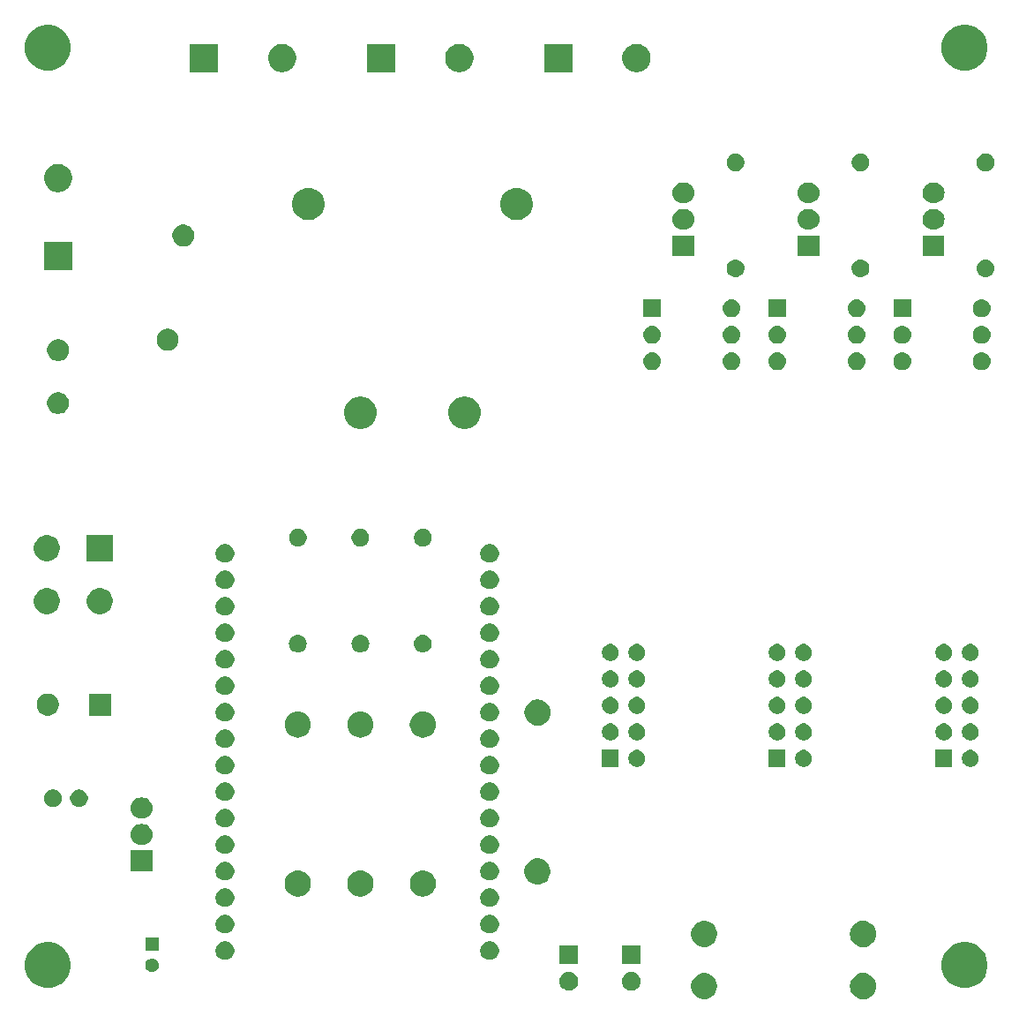
<source format=gbr>
G04 #@! TF.GenerationSoftware,KiCad,Pcbnew,5.0.1*
G04 #@! TF.CreationDate,2019-02-04T16:52:01+01:00*
G04 #@! TF.ProjectId,splitflap-berlin,73706C6974666C61702D6265726C696E,rev?*
G04 #@! TF.SameCoordinates,Original*
G04 #@! TF.FileFunction,Soldermask,Bot*
G04 #@! TF.FilePolarity,Negative*
%FSLAX46Y46*%
G04 Gerber Fmt 4.6, Leading zero omitted, Abs format (unit mm)*
G04 Created by KiCad (PCBNEW 5.0.1) date Mo 04 Feb 2019 16:52:01 CET*
%MOMM*%
%LPD*%
G01*
G04 APERTURE LIST*
%ADD10C,0.100000*%
G04 APERTURE END LIST*
D10*
G36*
X144485239Y-144767101D02*
X144721053Y-144838634D01*
X144938381Y-144954799D01*
X145128871Y-145111129D01*
X145285201Y-145301619D01*
X145401366Y-145518947D01*
X145472899Y-145754761D01*
X145497053Y-146000000D01*
X145472899Y-146245239D01*
X145401366Y-146481053D01*
X145285201Y-146698381D01*
X145128871Y-146888871D01*
X144938381Y-147045201D01*
X144721053Y-147161366D01*
X144485239Y-147232899D01*
X144301457Y-147251000D01*
X144178543Y-147251000D01*
X143994761Y-147232899D01*
X143758947Y-147161366D01*
X143541619Y-147045201D01*
X143351129Y-146888871D01*
X143194799Y-146698381D01*
X143078634Y-146481053D01*
X143007101Y-146245239D01*
X142982947Y-146000000D01*
X143007101Y-145754761D01*
X143078634Y-145518947D01*
X143194799Y-145301619D01*
X143351129Y-145111129D01*
X143541619Y-144954799D01*
X143758947Y-144838634D01*
X143994761Y-144767101D01*
X144178543Y-144749000D01*
X144301457Y-144749000D01*
X144485239Y-144767101D01*
X144485239Y-144767101D01*
G37*
G36*
X129183636Y-144761019D02*
X129364903Y-144797075D01*
X129592571Y-144891378D01*
X129687488Y-144954800D01*
X129797469Y-145028287D01*
X129971713Y-145202531D01*
X129971715Y-145202534D01*
X130108622Y-145407429D01*
X130202925Y-145635097D01*
X130251000Y-145876787D01*
X130251000Y-146123213D01*
X130202925Y-146364903D01*
X130108622Y-146592571D01*
X130037921Y-146698382D01*
X129971713Y-146797469D01*
X129797469Y-146971713D01*
X129797466Y-146971715D01*
X129592571Y-147108622D01*
X129364903Y-147202925D01*
X129214213Y-147232899D01*
X129123214Y-147251000D01*
X128876786Y-147251000D01*
X128785787Y-147232899D01*
X128635097Y-147202925D01*
X128407429Y-147108622D01*
X128202534Y-146971715D01*
X128202531Y-146971713D01*
X128028287Y-146797469D01*
X127962079Y-146698382D01*
X127891378Y-146592571D01*
X127797075Y-146364903D01*
X127749000Y-146123213D01*
X127749000Y-145876787D01*
X127797075Y-145635097D01*
X127891378Y-145407429D01*
X128028285Y-145202534D01*
X128028287Y-145202531D01*
X128202531Y-145028287D01*
X128312512Y-144954800D01*
X128407429Y-144891378D01*
X128635097Y-144797075D01*
X128816364Y-144761019D01*
X128876786Y-144749000D01*
X129123214Y-144749000D01*
X129183636Y-144761019D01*
X129183636Y-144761019D01*
G37*
G36*
X116110442Y-144645518D02*
X116176627Y-144652037D01*
X116289853Y-144686384D01*
X116346467Y-144703557D01*
X116465348Y-144767101D01*
X116502991Y-144787222D01*
X116538729Y-144816552D01*
X116640186Y-144899814D01*
X116723448Y-145001271D01*
X116752778Y-145037009D01*
X116752779Y-145037011D01*
X116836443Y-145193533D01*
X116836443Y-145193534D01*
X116887963Y-145363373D01*
X116905359Y-145540000D01*
X116887963Y-145716627D01*
X116876395Y-145754761D01*
X116836443Y-145886467D01*
X116775757Y-146000000D01*
X116752778Y-146042991D01*
X116723448Y-146078729D01*
X116640186Y-146180186D01*
X116538729Y-146263448D01*
X116502991Y-146292778D01*
X116502989Y-146292779D01*
X116346467Y-146376443D01*
X116289853Y-146393616D01*
X116176627Y-146427963D01*
X116110442Y-146434482D01*
X116044260Y-146441000D01*
X115955740Y-146441000D01*
X115889558Y-146434482D01*
X115823373Y-146427963D01*
X115710147Y-146393616D01*
X115653533Y-146376443D01*
X115497011Y-146292779D01*
X115497009Y-146292778D01*
X115461271Y-146263448D01*
X115359814Y-146180186D01*
X115276552Y-146078729D01*
X115247222Y-146042991D01*
X115224243Y-146000000D01*
X115163557Y-145886467D01*
X115123605Y-145754761D01*
X115112037Y-145716627D01*
X115094641Y-145540000D01*
X115112037Y-145363373D01*
X115163557Y-145193534D01*
X115163557Y-145193533D01*
X115247221Y-145037011D01*
X115247222Y-145037009D01*
X115276552Y-145001271D01*
X115359814Y-144899814D01*
X115461271Y-144816552D01*
X115497009Y-144787222D01*
X115534652Y-144767101D01*
X115653533Y-144703557D01*
X115710147Y-144686384D01*
X115823373Y-144652037D01*
X115889558Y-144645518D01*
X115955740Y-144639000D01*
X116044260Y-144639000D01*
X116110442Y-144645518D01*
X116110442Y-144645518D01*
G37*
G36*
X122110442Y-144645518D02*
X122176627Y-144652037D01*
X122289853Y-144686384D01*
X122346467Y-144703557D01*
X122465348Y-144767101D01*
X122502991Y-144787222D01*
X122538729Y-144816552D01*
X122640186Y-144899814D01*
X122723448Y-145001271D01*
X122752778Y-145037009D01*
X122752779Y-145037011D01*
X122836443Y-145193533D01*
X122836443Y-145193534D01*
X122887963Y-145363373D01*
X122905359Y-145540000D01*
X122887963Y-145716627D01*
X122876395Y-145754761D01*
X122836443Y-145886467D01*
X122775757Y-146000000D01*
X122752778Y-146042991D01*
X122723448Y-146078729D01*
X122640186Y-146180186D01*
X122538729Y-146263448D01*
X122502991Y-146292778D01*
X122502989Y-146292779D01*
X122346467Y-146376443D01*
X122289853Y-146393616D01*
X122176627Y-146427963D01*
X122110442Y-146434482D01*
X122044260Y-146441000D01*
X121955740Y-146441000D01*
X121889558Y-146434482D01*
X121823373Y-146427963D01*
X121710147Y-146393616D01*
X121653533Y-146376443D01*
X121497011Y-146292779D01*
X121497009Y-146292778D01*
X121461271Y-146263448D01*
X121359814Y-146180186D01*
X121276552Y-146078729D01*
X121247222Y-146042991D01*
X121224243Y-146000000D01*
X121163557Y-145886467D01*
X121123605Y-145754761D01*
X121112037Y-145716627D01*
X121094641Y-145540000D01*
X121112037Y-145363373D01*
X121163557Y-145193534D01*
X121163557Y-145193533D01*
X121247221Y-145037011D01*
X121247222Y-145037009D01*
X121276552Y-145001271D01*
X121359814Y-144899814D01*
X121461271Y-144816552D01*
X121497009Y-144787222D01*
X121534652Y-144767101D01*
X121653533Y-144703557D01*
X121710147Y-144686384D01*
X121823373Y-144652037D01*
X121889558Y-144645518D01*
X121955740Y-144639000D01*
X122044260Y-144639000D01*
X122110442Y-144645518D01*
X122110442Y-144645518D01*
G37*
G36*
X66642006Y-141883582D02*
X67042565Y-142049499D01*
X67403059Y-142290373D01*
X67709627Y-142596941D01*
X67950501Y-142957435D01*
X68116418Y-143357994D01*
X68201000Y-143783219D01*
X68201000Y-144216781D01*
X68116418Y-144642006D01*
X67950501Y-145042565D01*
X67709627Y-145403059D01*
X67403059Y-145709627D01*
X67042565Y-145950501D01*
X66642006Y-146116418D01*
X66216781Y-146201000D01*
X65783219Y-146201000D01*
X65357994Y-146116418D01*
X64957435Y-145950501D01*
X64596941Y-145709627D01*
X64290373Y-145403059D01*
X64049499Y-145042565D01*
X63883582Y-144642006D01*
X63799000Y-144216781D01*
X63799000Y-143783219D01*
X63883582Y-143357994D01*
X64049499Y-142957435D01*
X64290373Y-142596941D01*
X64596941Y-142290373D01*
X64957435Y-142049499D01*
X65357994Y-141883582D01*
X65783219Y-141799000D01*
X66216781Y-141799000D01*
X66642006Y-141883582D01*
X66642006Y-141883582D01*
G37*
G36*
X154642006Y-141883582D02*
X155042565Y-142049499D01*
X155403059Y-142290373D01*
X155709627Y-142596941D01*
X155950501Y-142957435D01*
X156116418Y-143357994D01*
X156201000Y-143783219D01*
X156201000Y-144216781D01*
X156116418Y-144642006D01*
X155950501Y-145042565D01*
X155709627Y-145403059D01*
X155403059Y-145709627D01*
X155042565Y-145950501D01*
X154642006Y-146116418D01*
X154216781Y-146201000D01*
X153783219Y-146201000D01*
X153357994Y-146116418D01*
X152957435Y-145950501D01*
X152596941Y-145709627D01*
X152290373Y-145403059D01*
X152049499Y-145042565D01*
X151883582Y-144642006D01*
X151799000Y-144216781D01*
X151799000Y-143783219D01*
X151883582Y-143357994D01*
X152049499Y-142957435D01*
X152290373Y-142596941D01*
X152596941Y-142290373D01*
X152957435Y-142049499D01*
X153357994Y-141883582D01*
X153783219Y-141799000D01*
X154216781Y-141799000D01*
X154642006Y-141883582D01*
X154642006Y-141883582D01*
G37*
G36*
X76189890Y-143374017D02*
X76308361Y-143423089D01*
X76414992Y-143494338D01*
X76505662Y-143585008D01*
X76576911Y-143691639D01*
X76625983Y-143810110D01*
X76651000Y-143935881D01*
X76651000Y-144064119D01*
X76625983Y-144189890D01*
X76576911Y-144308361D01*
X76505662Y-144414992D01*
X76414992Y-144505662D01*
X76308361Y-144576911D01*
X76189890Y-144625983D01*
X76064119Y-144651000D01*
X75935881Y-144651000D01*
X75810110Y-144625983D01*
X75691639Y-144576911D01*
X75585008Y-144505662D01*
X75494338Y-144414992D01*
X75423089Y-144308361D01*
X75374017Y-144189890D01*
X75349000Y-144064119D01*
X75349000Y-143935881D01*
X75374017Y-143810110D01*
X75423089Y-143691639D01*
X75494338Y-143585008D01*
X75585008Y-143494338D01*
X75691639Y-143423089D01*
X75810110Y-143374017D01*
X75935881Y-143349000D01*
X76064119Y-143349000D01*
X76189890Y-143374017D01*
X76189890Y-143374017D01*
G37*
G36*
X122901000Y-143901000D02*
X121099000Y-143901000D01*
X121099000Y-142099000D01*
X122901000Y-142099000D01*
X122901000Y-143901000D01*
X122901000Y-143901000D01*
G37*
G36*
X116901000Y-143901000D02*
X115099000Y-143901000D01*
X115099000Y-142099000D01*
X116901000Y-142099000D01*
X116901000Y-143901000D01*
X116901000Y-143901000D01*
G37*
G36*
X83262812Y-141733624D02*
X83426784Y-141801544D01*
X83574354Y-141900147D01*
X83699853Y-142025646D01*
X83798456Y-142173216D01*
X83866376Y-142337188D01*
X83901000Y-142511259D01*
X83901000Y-142688741D01*
X83866376Y-142862812D01*
X83798456Y-143026784D01*
X83699853Y-143174354D01*
X83574354Y-143299853D01*
X83426784Y-143398456D01*
X83262812Y-143466376D01*
X83088741Y-143501000D01*
X82911259Y-143501000D01*
X82737188Y-143466376D01*
X82573216Y-143398456D01*
X82425646Y-143299853D01*
X82300147Y-143174354D01*
X82201544Y-143026784D01*
X82133624Y-142862812D01*
X82099000Y-142688741D01*
X82099000Y-142511259D01*
X82133624Y-142337188D01*
X82201544Y-142173216D01*
X82300147Y-142025646D01*
X82425646Y-141900147D01*
X82573216Y-141801544D01*
X82737188Y-141733624D01*
X82911259Y-141699000D01*
X83088741Y-141699000D01*
X83262812Y-141733624D01*
X83262812Y-141733624D01*
G37*
G36*
X108662812Y-141733624D02*
X108826784Y-141801544D01*
X108974354Y-141900147D01*
X109099853Y-142025646D01*
X109198456Y-142173216D01*
X109266376Y-142337188D01*
X109301000Y-142511259D01*
X109301000Y-142688741D01*
X109266376Y-142862812D01*
X109198456Y-143026784D01*
X109099853Y-143174354D01*
X108974354Y-143299853D01*
X108826784Y-143398456D01*
X108662812Y-143466376D01*
X108488741Y-143501000D01*
X108311259Y-143501000D01*
X108137188Y-143466376D01*
X107973216Y-143398456D01*
X107825646Y-143299853D01*
X107700147Y-143174354D01*
X107601544Y-143026784D01*
X107533624Y-142862812D01*
X107499000Y-142688741D01*
X107499000Y-142511259D01*
X107533624Y-142337188D01*
X107601544Y-142173216D01*
X107700147Y-142025646D01*
X107825646Y-141900147D01*
X107973216Y-141801544D01*
X108137188Y-141733624D01*
X108311259Y-141699000D01*
X108488741Y-141699000D01*
X108662812Y-141733624D01*
X108662812Y-141733624D01*
G37*
G36*
X76651000Y-142651000D02*
X75349000Y-142651000D01*
X75349000Y-141349000D01*
X76651000Y-141349000D01*
X76651000Y-142651000D01*
X76651000Y-142651000D01*
G37*
G36*
X129183635Y-139761019D02*
X129364903Y-139797075D01*
X129592571Y-139891378D01*
X129796542Y-140027668D01*
X129797469Y-140028287D01*
X129971713Y-140202531D01*
X129971715Y-140202534D01*
X130108622Y-140407429D01*
X130202925Y-140635097D01*
X130251000Y-140876787D01*
X130251000Y-141123213D01*
X130202925Y-141364903D01*
X130108622Y-141592571D01*
X130037921Y-141698382D01*
X129971713Y-141797469D01*
X129797469Y-141971713D01*
X129797466Y-141971715D01*
X129592571Y-142108622D01*
X129364903Y-142202925D01*
X129214213Y-142232899D01*
X129123214Y-142251000D01*
X128876786Y-142251000D01*
X128785787Y-142232899D01*
X128635097Y-142202925D01*
X128407429Y-142108622D01*
X128202534Y-141971715D01*
X128202531Y-141971713D01*
X128028287Y-141797469D01*
X127962079Y-141698382D01*
X127891378Y-141592571D01*
X127797075Y-141364903D01*
X127749000Y-141123213D01*
X127749000Y-140876787D01*
X127797075Y-140635097D01*
X127891378Y-140407429D01*
X128028285Y-140202534D01*
X128028287Y-140202531D01*
X128202531Y-140028287D01*
X128203458Y-140027668D01*
X128407429Y-139891378D01*
X128635097Y-139797075D01*
X128816365Y-139761019D01*
X128876786Y-139749000D01*
X129123214Y-139749000D01*
X129183635Y-139761019D01*
X129183635Y-139761019D01*
G37*
G36*
X144485239Y-139767101D02*
X144721053Y-139838634D01*
X144938381Y-139954799D01*
X145128871Y-140111129D01*
X145285201Y-140301619D01*
X145401366Y-140518947D01*
X145472899Y-140754761D01*
X145497053Y-141000000D01*
X145472899Y-141245239D01*
X145401366Y-141481053D01*
X145285201Y-141698381D01*
X145128871Y-141888871D01*
X144938381Y-142045201D01*
X144721053Y-142161366D01*
X144485239Y-142232899D01*
X144301457Y-142251000D01*
X144178543Y-142251000D01*
X143994761Y-142232899D01*
X143758947Y-142161366D01*
X143541619Y-142045201D01*
X143351129Y-141888871D01*
X143194799Y-141698381D01*
X143078634Y-141481053D01*
X143007101Y-141245239D01*
X142982947Y-141000000D01*
X143007101Y-140754761D01*
X143078634Y-140518947D01*
X143194799Y-140301619D01*
X143351129Y-140111129D01*
X143541619Y-139954799D01*
X143758947Y-139838634D01*
X143994761Y-139767101D01*
X144178543Y-139749000D01*
X144301457Y-139749000D01*
X144485239Y-139767101D01*
X144485239Y-139767101D01*
G37*
G36*
X83262812Y-139193624D02*
X83426784Y-139261544D01*
X83574354Y-139360147D01*
X83699853Y-139485646D01*
X83798456Y-139633216D01*
X83866376Y-139797188D01*
X83901000Y-139971259D01*
X83901000Y-140148741D01*
X83866376Y-140322812D01*
X83798456Y-140486784D01*
X83699853Y-140634354D01*
X83574354Y-140759853D01*
X83426784Y-140858456D01*
X83262812Y-140926376D01*
X83088741Y-140961000D01*
X82911259Y-140961000D01*
X82737188Y-140926376D01*
X82573216Y-140858456D01*
X82425646Y-140759853D01*
X82300147Y-140634354D01*
X82201544Y-140486784D01*
X82133624Y-140322812D01*
X82099000Y-140148741D01*
X82099000Y-139971259D01*
X82133624Y-139797188D01*
X82201544Y-139633216D01*
X82300147Y-139485646D01*
X82425646Y-139360147D01*
X82573216Y-139261544D01*
X82737188Y-139193624D01*
X82911259Y-139159000D01*
X83088741Y-139159000D01*
X83262812Y-139193624D01*
X83262812Y-139193624D01*
G37*
G36*
X108662812Y-139193624D02*
X108826784Y-139261544D01*
X108974354Y-139360147D01*
X109099853Y-139485646D01*
X109198456Y-139633216D01*
X109266376Y-139797188D01*
X109301000Y-139971259D01*
X109301000Y-140148741D01*
X109266376Y-140322812D01*
X109198456Y-140486784D01*
X109099853Y-140634354D01*
X108974354Y-140759853D01*
X108826784Y-140858456D01*
X108662812Y-140926376D01*
X108488741Y-140961000D01*
X108311259Y-140961000D01*
X108137188Y-140926376D01*
X107973216Y-140858456D01*
X107825646Y-140759853D01*
X107700147Y-140634354D01*
X107601544Y-140486784D01*
X107533624Y-140322812D01*
X107499000Y-140148741D01*
X107499000Y-139971259D01*
X107533624Y-139797188D01*
X107601544Y-139633216D01*
X107700147Y-139485646D01*
X107825646Y-139360147D01*
X107973216Y-139261544D01*
X108137188Y-139193624D01*
X108311259Y-139159000D01*
X108488741Y-139159000D01*
X108662812Y-139193624D01*
X108662812Y-139193624D01*
G37*
G36*
X108662812Y-136653624D02*
X108826784Y-136721544D01*
X108974354Y-136820147D01*
X109099853Y-136945646D01*
X109198456Y-137093216D01*
X109266376Y-137257188D01*
X109301000Y-137431259D01*
X109301000Y-137608741D01*
X109266376Y-137782812D01*
X109198456Y-137946784D01*
X109099853Y-138094354D01*
X108974354Y-138219853D01*
X108826784Y-138318456D01*
X108662812Y-138386376D01*
X108488741Y-138421000D01*
X108311259Y-138421000D01*
X108137188Y-138386376D01*
X107973216Y-138318456D01*
X107825646Y-138219853D01*
X107700147Y-138094354D01*
X107601544Y-137946784D01*
X107533624Y-137782812D01*
X107499000Y-137608741D01*
X107499000Y-137431259D01*
X107533624Y-137257188D01*
X107601544Y-137093216D01*
X107700147Y-136945646D01*
X107825646Y-136820147D01*
X107973216Y-136721544D01*
X108137188Y-136653624D01*
X108311259Y-136619000D01*
X108488741Y-136619000D01*
X108662812Y-136653624D01*
X108662812Y-136653624D01*
G37*
G36*
X83262812Y-136653624D02*
X83426784Y-136721544D01*
X83574354Y-136820147D01*
X83699853Y-136945646D01*
X83798456Y-137093216D01*
X83866376Y-137257188D01*
X83901000Y-137431259D01*
X83901000Y-137608741D01*
X83866376Y-137782812D01*
X83798456Y-137946784D01*
X83699853Y-138094354D01*
X83574354Y-138219853D01*
X83426784Y-138318456D01*
X83262812Y-138386376D01*
X83088741Y-138421000D01*
X82911259Y-138421000D01*
X82737188Y-138386376D01*
X82573216Y-138318456D01*
X82425646Y-138219853D01*
X82300147Y-138094354D01*
X82201544Y-137946784D01*
X82133624Y-137782812D01*
X82099000Y-137608741D01*
X82099000Y-137431259D01*
X82133624Y-137257188D01*
X82201544Y-137093216D01*
X82300147Y-136945646D01*
X82425646Y-136820147D01*
X82573216Y-136721544D01*
X82737188Y-136653624D01*
X82911259Y-136619000D01*
X83088741Y-136619000D01*
X83262812Y-136653624D01*
X83262812Y-136653624D01*
G37*
G36*
X96183635Y-134921019D02*
X96364903Y-134957075D01*
X96592571Y-135051378D01*
X96796542Y-135187668D01*
X96797469Y-135188287D01*
X96971713Y-135362531D01*
X96971715Y-135362534D01*
X97108622Y-135567429D01*
X97202925Y-135795097D01*
X97251000Y-136036787D01*
X97251000Y-136283213D01*
X97202925Y-136524903D01*
X97108622Y-136752571D01*
X96979615Y-136945643D01*
X96971713Y-136957469D01*
X96797469Y-137131713D01*
X96797466Y-137131715D01*
X96592571Y-137268622D01*
X96364903Y-137362925D01*
X96183635Y-137398981D01*
X96123214Y-137411000D01*
X95876786Y-137411000D01*
X95816365Y-137398981D01*
X95635097Y-137362925D01*
X95407429Y-137268622D01*
X95202534Y-137131715D01*
X95202531Y-137131713D01*
X95028287Y-136957469D01*
X95020385Y-136945643D01*
X94891378Y-136752571D01*
X94797075Y-136524903D01*
X94749000Y-136283213D01*
X94749000Y-136036787D01*
X94797075Y-135795097D01*
X94891378Y-135567429D01*
X95028285Y-135362534D01*
X95028287Y-135362531D01*
X95202531Y-135188287D01*
X95203458Y-135187668D01*
X95407429Y-135051378D01*
X95635097Y-134957075D01*
X95816365Y-134921019D01*
X95876786Y-134909000D01*
X96123214Y-134909000D01*
X96183635Y-134921019D01*
X96183635Y-134921019D01*
G37*
G36*
X102183635Y-134921019D02*
X102364903Y-134957075D01*
X102592571Y-135051378D01*
X102796542Y-135187668D01*
X102797469Y-135188287D01*
X102971713Y-135362531D01*
X102971715Y-135362534D01*
X103108622Y-135567429D01*
X103202925Y-135795097D01*
X103251000Y-136036787D01*
X103251000Y-136283213D01*
X103202925Y-136524903D01*
X103108622Y-136752571D01*
X102979615Y-136945643D01*
X102971713Y-136957469D01*
X102797469Y-137131713D01*
X102797466Y-137131715D01*
X102592571Y-137268622D01*
X102364903Y-137362925D01*
X102183635Y-137398981D01*
X102123214Y-137411000D01*
X101876786Y-137411000D01*
X101816365Y-137398981D01*
X101635097Y-137362925D01*
X101407429Y-137268622D01*
X101202534Y-137131715D01*
X101202531Y-137131713D01*
X101028287Y-136957469D01*
X101020385Y-136945643D01*
X100891378Y-136752571D01*
X100797075Y-136524903D01*
X100749000Y-136283213D01*
X100749000Y-136036787D01*
X100797075Y-135795097D01*
X100891378Y-135567429D01*
X101028285Y-135362534D01*
X101028287Y-135362531D01*
X101202531Y-135188287D01*
X101203458Y-135187668D01*
X101407429Y-135051378D01*
X101635097Y-134957075D01*
X101816365Y-134921019D01*
X101876786Y-134909000D01*
X102123214Y-134909000D01*
X102183635Y-134921019D01*
X102183635Y-134921019D01*
G37*
G36*
X90183635Y-134921019D02*
X90364903Y-134957075D01*
X90592571Y-135051378D01*
X90796542Y-135187668D01*
X90797469Y-135188287D01*
X90971713Y-135362531D01*
X90971715Y-135362534D01*
X91108622Y-135567429D01*
X91202925Y-135795097D01*
X91251000Y-136036787D01*
X91251000Y-136283213D01*
X91202925Y-136524903D01*
X91108622Y-136752571D01*
X90979615Y-136945643D01*
X90971713Y-136957469D01*
X90797469Y-137131713D01*
X90797466Y-137131715D01*
X90592571Y-137268622D01*
X90364903Y-137362925D01*
X90183635Y-137398981D01*
X90123214Y-137411000D01*
X89876786Y-137411000D01*
X89816365Y-137398981D01*
X89635097Y-137362925D01*
X89407429Y-137268622D01*
X89202534Y-137131715D01*
X89202531Y-137131713D01*
X89028287Y-136957469D01*
X89020385Y-136945643D01*
X88891378Y-136752571D01*
X88797075Y-136524903D01*
X88749000Y-136283213D01*
X88749000Y-136036787D01*
X88797075Y-135795097D01*
X88891378Y-135567429D01*
X89028285Y-135362534D01*
X89028287Y-135362531D01*
X89202531Y-135188287D01*
X89203458Y-135187668D01*
X89407429Y-135051378D01*
X89635097Y-134957075D01*
X89816365Y-134921019D01*
X89876786Y-134909000D01*
X90123214Y-134909000D01*
X90183635Y-134921019D01*
X90183635Y-134921019D01*
G37*
G36*
X113183636Y-133761019D02*
X113364903Y-133797075D01*
X113592571Y-133891378D01*
X113796542Y-134027668D01*
X113797469Y-134028287D01*
X113971713Y-134202531D01*
X113971715Y-134202534D01*
X114108622Y-134407429D01*
X114202925Y-134635097D01*
X114251000Y-134876787D01*
X114251000Y-135123213D01*
X114202925Y-135364903D01*
X114108622Y-135592571D01*
X113984417Y-135778456D01*
X113971713Y-135797469D01*
X113797469Y-135971713D01*
X113797466Y-135971715D01*
X113592571Y-136108622D01*
X113364903Y-136202925D01*
X113183635Y-136238981D01*
X113123214Y-136251000D01*
X112876786Y-136251000D01*
X112816365Y-136238981D01*
X112635097Y-136202925D01*
X112407429Y-136108622D01*
X112202534Y-135971715D01*
X112202531Y-135971713D01*
X112028287Y-135797469D01*
X112015583Y-135778456D01*
X111891378Y-135592571D01*
X111797075Y-135364903D01*
X111749000Y-135123213D01*
X111749000Y-134876787D01*
X111797075Y-134635097D01*
X111891378Y-134407429D01*
X112028285Y-134202534D01*
X112028287Y-134202531D01*
X112202531Y-134028287D01*
X112203458Y-134027668D01*
X112407429Y-133891378D01*
X112635097Y-133797075D01*
X112816364Y-133761019D01*
X112876786Y-133749000D01*
X113123214Y-133749000D01*
X113183636Y-133761019D01*
X113183636Y-133761019D01*
G37*
G36*
X108662812Y-134113624D02*
X108826784Y-134181544D01*
X108974354Y-134280147D01*
X109099853Y-134405646D01*
X109198456Y-134553216D01*
X109266376Y-134717188D01*
X109301000Y-134891259D01*
X109301000Y-135068741D01*
X109266376Y-135242812D01*
X109198456Y-135406784D01*
X109099853Y-135554354D01*
X108974354Y-135679853D01*
X108826784Y-135778456D01*
X108662812Y-135846376D01*
X108488741Y-135881000D01*
X108311259Y-135881000D01*
X108137188Y-135846376D01*
X107973216Y-135778456D01*
X107825646Y-135679853D01*
X107700147Y-135554354D01*
X107601544Y-135406784D01*
X107533624Y-135242812D01*
X107499000Y-135068741D01*
X107499000Y-134891259D01*
X107533624Y-134717188D01*
X107601544Y-134553216D01*
X107700147Y-134405646D01*
X107825646Y-134280147D01*
X107973216Y-134181544D01*
X108137188Y-134113624D01*
X108311259Y-134079000D01*
X108488741Y-134079000D01*
X108662812Y-134113624D01*
X108662812Y-134113624D01*
G37*
G36*
X83262812Y-134113624D02*
X83426784Y-134181544D01*
X83574354Y-134280147D01*
X83699853Y-134405646D01*
X83798456Y-134553216D01*
X83866376Y-134717188D01*
X83901000Y-134891259D01*
X83901000Y-135068741D01*
X83866376Y-135242812D01*
X83798456Y-135406784D01*
X83699853Y-135554354D01*
X83574354Y-135679853D01*
X83426784Y-135778456D01*
X83262812Y-135846376D01*
X83088741Y-135881000D01*
X82911259Y-135881000D01*
X82737188Y-135846376D01*
X82573216Y-135778456D01*
X82425646Y-135679853D01*
X82300147Y-135554354D01*
X82201544Y-135406784D01*
X82133624Y-135242812D01*
X82099000Y-135068741D01*
X82099000Y-134891259D01*
X82133624Y-134717188D01*
X82201544Y-134553216D01*
X82300147Y-134405646D01*
X82425646Y-134280147D01*
X82573216Y-134181544D01*
X82737188Y-134113624D01*
X82911259Y-134079000D01*
X83088741Y-134079000D01*
X83262812Y-134113624D01*
X83262812Y-134113624D01*
G37*
G36*
X76051000Y-135003500D02*
X73949000Y-135003500D01*
X73949000Y-132996500D01*
X76051000Y-132996500D01*
X76051000Y-135003500D01*
X76051000Y-135003500D01*
G37*
G36*
X108662812Y-131573624D02*
X108826784Y-131641544D01*
X108974354Y-131740147D01*
X109099853Y-131865646D01*
X109198456Y-132013216D01*
X109266376Y-132177188D01*
X109301000Y-132351259D01*
X109301000Y-132528741D01*
X109266376Y-132702812D01*
X109198456Y-132866784D01*
X109099853Y-133014354D01*
X108974354Y-133139853D01*
X108826784Y-133238456D01*
X108662812Y-133306376D01*
X108488741Y-133341000D01*
X108311259Y-133341000D01*
X108137188Y-133306376D01*
X107973216Y-133238456D01*
X107825646Y-133139853D01*
X107700147Y-133014354D01*
X107601544Y-132866784D01*
X107533624Y-132702812D01*
X107499000Y-132528741D01*
X107499000Y-132351259D01*
X107533624Y-132177188D01*
X107601544Y-132013216D01*
X107700147Y-131865646D01*
X107825646Y-131740147D01*
X107973216Y-131641544D01*
X108137188Y-131573624D01*
X108311259Y-131539000D01*
X108488741Y-131539000D01*
X108662812Y-131573624D01*
X108662812Y-131573624D01*
G37*
G36*
X83262812Y-131573624D02*
X83426784Y-131641544D01*
X83574354Y-131740147D01*
X83699853Y-131865646D01*
X83798456Y-132013216D01*
X83866376Y-132177188D01*
X83901000Y-132351259D01*
X83901000Y-132528741D01*
X83866376Y-132702812D01*
X83798456Y-132866784D01*
X83699853Y-133014354D01*
X83574354Y-133139853D01*
X83426784Y-133238456D01*
X83262812Y-133306376D01*
X83088741Y-133341000D01*
X82911259Y-133341000D01*
X82737188Y-133306376D01*
X82573216Y-133238456D01*
X82425646Y-133139853D01*
X82300147Y-133014354D01*
X82201544Y-132866784D01*
X82133624Y-132702812D01*
X82099000Y-132528741D01*
X82099000Y-132351259D01*
X82133624Y-132177188D01*
X82201544Y-132013216D01*
X82300147Y-131865646D01*
X82425646Y-131740147D01*
X82573216Y-131641544D01*
X82737188Y-131573624D01*
X82911259Y-131539000D01*
X83088741Y-131539000D01*
X83262812Y-131573624D01*
X83262812Y-131573624D01*
G37*
G36*
X75155764Y-130462308D02*
X75244220Y-130471020D01*
X75433381Y-130528401D01*
X75607712Y-130621583D01*
X75760515Y-130746985D01*
X75885917Y-130899788D01*
X75979099Y-131074119D01*
X76036480Y-131263280D01*
X76055855Y-131460000D01*
X76036480Y-131656720D01*
X75979099Y-131845881D01*
X75885917Y-132020212D01*
X75760515Y-132173015D01*
X75607712Y-132298417D01*
X75433381Y-132391599D01*
X75244220Y-132448980D01*
X75155764Y-132457692D01*
X75096796Y-132463500D01*
X74903204Y-132463500D01*
X74844236Y-132457692D01*
X74755780Y-132448980D01*
X74566619Y-132391599D01*
X74392288Y-132298417D01*
X74239485Y-132173015D01*
X74114083Y-132020212D01*
X74020901Y-131845881D01*
X73963520Y-131656720D01*
X73944145Y-131460000D01*
X73963520Y-131263280D01*
X74020901Y-131074119D01*
X74114083Y-130899788D01*
X74239485Y-130746985D01*
X74392288Y-130621583D01*
X74566619Y-130528401D01*
X74755780Y-130471020D01*
X74844236Y-130462308D01*
X74903204Y-130456500D01*
X75096796Y-130456500D01*
X75155764Y-130462308D01*
X75155764Y-130462308D01*
G37*
G36*
X83262812Y-129033624D02*
X83426784Y-129101544D01*
X83574354Y-129200147D01*
X83699853Y-129325646D01*
X83798456Y-129473216D01*
X83866376Y-129637188D01*
X83901000Y-129811259D01*
X83901000Y-129988741D01*
X83866376Y-130162812D01*
X83798456Y-130326784D01*
X83699853Y-130474354D01*
X83574354Y-130599853D01*
X83426784Y-130698456D01*
X83262812Y-130766376D01*
X83088741Y-130801000D01*
X82911259Y-130801000D01*
X82737188Y-130766376D01*
X82573216Y-130698456D01*
X82425646Y-130599853D01*
X82300147Y-130474354D01*
X82201544Y-130326784D01*
X82133624Y-130162812D01*
X82099000Y-129988741D01*
X82099000Y-129811259D01*
X82133624Y-129637188D01*
X82201544Y-129473216D01*
X82300147Y-129325646D01*
X82425646Y-129200147D01*
X82573216Y-129101544D01*
X82737188Y-129033624D01*
X82911259Y-128999000D01*
X83088741Y-128999000D01*
X83262812Y-129033624D01*
X83262812Y-129033624D01*
G37*
G36*
X108662812Y-129033624D02*
X108826784Y-129101544D01*
X108974354Y-129200147D01*
X109099853Y-129325646D01*
X109198456Y-129473216D01*
X109266376Y-129637188D01*
X109301000Y-129811259D01*
X109301000Y-129988741D01*
X109266376Y-130162812D01*
X109198456Y-130326784D01*
X109099853Y-130474354D01*
X108974354Y-130599853D01*
X108826784Y-130698456D01*
X108662812Y-130766376D01*
X108488741Y-130801000D01*
X108311259Y-130801000D01*
X108137188Y-130766376D01*
X107973216Y-130698456D01*
X107825646Y-130599853D01*
X107700147Y-130474354D01*
X107601544Y-130326784D01*
X107533624Y-130162812D01*
X107499000Y-129988741D01*
X107499000Y-129811259D01*
X107533624Y-129637188D01*
X107601544Y-129473216D01*
X107700147Y-129325646D01*
X107825646Y-129200147D01*
X107973216Y-129101544D01*
X108137188Y-129033624D01*
X108311259Y-128999000D01*
X108488741Y-128999000D01*
X108662812Y-129033624D01*
X108662812Y-129033624D01*
G37*
G36*
X75155764Y-127922308D02*
X75244220Y-127931020D01*
X75433381Y-127988401D01*
X75607712Y-128081583D01*
X75760515Y-128206985D01*
X75885917Y-128359788D01*
X75979099Y-128534119D01*
X76036480Y-128723280D01*
X76055855Y-128920000D01*
X76036480Y-129116720D01*
X75979099Y-129305881D01*
X75885917Y-129480212D01*
X75760515Y-129633015D01*
X75607712Y-129758417D01*
X75433381Y-129851599D01*
X75244220Y-129908980D01*
X75155764Y-129917692D01*
X75096796Y-129923500D01*
X74903204Y-129923500D01*
X74844236Y-129917692D01*
X74755780Y-129908980D01*
X74566619Y-129851599D01*
X74392288Y-129758417D01*
X74239485Y-129633015D01*
X74114083Y-129480212D01*
X74020901Y-129305881D01*
X73963520Y-129116720D01*
X73944145Y-128920000D01*
X73963520Y-128723280D01*
X74020901Y-128534119D01*
X74114083Y-128359788D01*
X74239485Y-128206985D01*
X74392288Y-128081583D01*
X74566619Y-127988401D01*
X74755780Y-127931020D01*
X74844236Y-127922308D01*
X74903204Y-127916500D01*
X75096796Y-127916500D01*
X75155764Y-127922308D01*
X75155764Y-127922308D01*
G37*
G36*
X66748228Y-127181703D02*
X66903100Y-127245853D01*
X67042481Y-127338985D01*
X67161015Y-127457519D01*
X67254147Y-127596900D01*
X67318297Y-127751772D01*
X67351000Y-127916184D01*
X67351000Y-128083816D01*
X67318297Y-128248228D01*
X67254147Y-128403100D01*
X67161015Y-128542481D01*
X67042481Y-128661015D01*
X66903100Y-128754147D01*
X66748228Y-128818297D01*
X66583816Y-128851000D01*
X66416184Y-128851000D01*
X66251772Y-128818297D01*
X66096900Y-128754147D01*
X65957519Y-128661015D01*
X65838985Y-128542481D01*
X65745853Y-128403100D01*
X65681703Y-128248228D01*
X65649000Y-128083816D01*
X65649000Y-127916184D01*
X65681703Y-127751772D01*
X65745853Y-127596900D01*
X65838985Y-127457519D01*
X65957519Y-127338985D01*
X66096900Y-127245853D01*
X66251772Y-127181703D01*
X66416184Y-127149000D01*
X66583816Y-127149000D01*
X66748228Y-127181703D01*
X66748228Y-127181703D01*
G37*
G36*
X69248228Y-127181703D02*
X69403100Y-127245853D01*
X69542481Y-127338985D01*
X69661015Y-127457519D01*
X69754147Y-127596900D01*
X69818297Y-127751772D01*
X69851000Y-127916184D01*
X69851000Y-128083816D01*
X69818297Y-128248228D01*
X69754147Y-128403100D01*
X69661015Y-128542481D01*
X69542481Y-128661015D01*
X69403100Y-128754147D01*
X69248228Y-128818297D01*
X69083816Y-128851000D01*
X68916184Y-128851000D01*
X68751772Y-128818297D01*
X68596900Y-128754147D01*
X68457519Y-128661015D01*
X68338985Y-128542481D01*
X68245853Y-128403100D01*
X68181703Y-128248228D01*
X68149000Y-128083816D01*
X68149000Y-127916184D01*
X68181703Y-127751772D01*
X68245853Y-127596900D01*
X68338985Y-127457519D01*
X68457519Y-127338985D01*
X68596900Y-127245853D01*
X68751772Y-127181703D01*
X68916184Y-127149000D01*
X69083816Y-127149000D01*
X69248228Y-127181703D01*
X69248228Y-127181703D01*
G37*
G36*
X83262812Y-126493624D02*
X83426784Y-126561544D01*
X83574354Y-126660147D01*
X83699853Y-126785646D01*
X83798456Y-126933216D01*
X83866376Y-127097188D01*
X83901000Y-127271259D01*
X83901000Y-127448741D01*
X83866376Y-127622812D01*
X83798456Y-127786784D01*
X83699853Y-127934354D01*
X83574354Y-128059853D01*
X83426784Y-128158456D01*
X83262812Y-128226376D01*
X83088741Y-128261000D01*
X82911259Y-128261000D01*
X82737188Y-128226376D01*
X82573216Y-128158456D01*
X82425646Y-128059853D01*
X82300147Y-127934354D01*
X82201544Y-127786784D01*
X82133624Y-127622812D01*
X82099000Y-127448741D01*
X82099000Y-127271259D01*
X82133624Y-127097188D01*
X82201544Y-126933216D01*
X82300147Y-126785646D01*
X82425646Y-126660147D01*
X82573216Y-126561544D01*
X82737188Y-126493624D01*
X82911259Y-126459000D01*
X83088741Y-126459000D01*
X83262812Y-126493624D01*
X83262812Y-126493624D01*
G37*
G36*
X108662812Y-126493624D02*
X108826784Y-126561544D01*
X108974354Y-126660147D01*
X109099853Y-126785646D01*
X109198456Y-126933216D01*
X109266376Y-127097188D01*
X109301000Y-127271259D01*
X109301000Y-127448741D01*
X109266376Y-127622812D01*
X109198456Y-127786784D01*
X109099853Y-127934354D01*
X108974354Y-128059853D01*
X108826784Y-128158456D01*
X108662812Y-128226376D01*
X108488741Y-128261000D01*
X108311259Y-128261000D01*
X108137188Y-128226376D01*
X107973216Y-128158456D01*
X107825646Y-128059853D01*
X107700147Y-127934354D01*
X107601544Y-127786784D01*
X107533624Y-127622812D01*
X107499000Y-127448741D01*
X107499000Y-127271259D01*
X107533624Y-127097188D01*
X107601544Y-126933216D01*
X107700147Y-126785646D01*
X107825646Y-126660147D01*
X107973216Y-126561544D01*
X108137188Y-126493624D01*
X108311259Y-126459000D01*
X108488741Y-126459000D01*
X108662812Y-126493624D01*
X108662812Y-126493624D01*
G37*
G36*
X108662812Y-123953624D02*
X108826784Y-124021544D01*
X108974354Y-124120147D01*
X109099853Y-124245646D01*
X109198456Y-124393216D01*
X109266376Y-124557188D01*
X109301000Y-124731259D01*
X109301000Y-124908741D01*
X109266376Y-125082812D01*
X109198456Y-125246784D01*
X109099853Y-125394354D01*
X108974354Y-125519853D01*
X108826784Y-125618456D01*
X108662812Y-125686376D01*
X108488741Y-125721000D01*
X108311259Y-125721000D01*
X108137188Y-125686376D01*
X107973216Y-125618456D01*
X107825646Y-125519853D01*
X107700147Y-125394354D01*
X107601544Y-125246784D01*
X107533624Y-125082812D01*
X107499000Y-124908741D01*
X107499000Y-124731259D01*
X107533624Y-124557188D01*
X107601544Y-124393216D01*
X107700147Y-124245646D01*
X107825646Y-124120147D01*
X107973216Y-124021544D01*
X108137188Y-123953624D01*
X108311259Y-123919000D01*
X108488741Y-123919000D01*
X108662812Y-123953624D01*
X108662812Y-123953624D01*
G37*
G36*
X83262812Y-123953624D02*
X83426784Y-124021544D01*
X83574354Y-124120147D01*
X83699853Y-124245646D01*
X83798456Y-124393216D01*
X83866376Y-124557188D01*
X83901000Y-124731259D01*
X83901000Y-124908741D01*
X83866376Y-125082812D01*
X83798456Y-125246784D01*
X83699853Y-125394354D01*
X83574354Y-125519853D01*
X83426784Y-125618456D01*
X83262812Y-125686376D01*
X83088741Y-125721000D01*
X82911259Y-125721000D01*
X82737188Y-125686376D01*
X82573216Y-125618456D01*
X82425646Y-125519853D01*
X82300147Y-125394354D01*
X82201544Y-125246784D01*
X82133624Y-125082812D01*
X82099000Y-124908741D01*
X82099000Y-124731259D01*
X82133624Y-124557188D01*
X82201544Y-124393216D01*
X82300147Y-124245646D01*
X82425646Y-124120147D01*
X82573216Y-124021544D01*
X82737188Y-123953624D01*
X82911259Y-123919000D01*
X83088741Y-123919000D01*
X83262812Y-123953624D01*
X83262812Y-123953624D01*
G37*
G36*
X152811000Y-124971000D02*
X151189000Y-124971000D01*
X151189000Y-123349000D01*
X152811000Y-123349000D01*
X152811000Y-124971000D01*
X152811000Y-124971000D01*
G37*
G36*
X154776560Y-123380166D02*
X154924153Y-123441301D01*
X155055213Y-123528873D01*
X155056985Y-123530057D01*
X155169943Y-123643015D01*
X155258700Y-123775849D01*
X155319834Y-123923440D01*
X155351000Y-124080122D01*
X155351000Y-124239878D01*
X155319834Y-124396560D01*
X155258700Y-124544151D01*
X155169943Y-124676985D01*
X155056985Y-124789943D01*
X155056982Y-124789945D01*
X154924153Y-124878699D01*
X154924152Y-124878700D01*
X154924151Y-124878700D01*
X154776560Y-124939834D01*
X154619878Y-124971000D01*
X154460122Y-124971000D01*
X154303440Y-124939834D01*
X154155849Y-124878700D01*
X154155848Y-124878700D01*
X154155847Y-124878699D01*
X154023018Y-124789945D01*
X154023015Y-124789943D01*
X153910057Y-124676985D01*
X153821300Y-124544151D01*
X153760166Y-124396560D01*
X153729000Y-124239878D01*
X153729000Y-124080122D01*
X153760166Y-123923440D01*
X153821300Y-123775849D01*
X153910057Y-123643015D01*
X154023015Y-123530057D01*
X154024787Y-123528873D01*
X154155847Y-123441301D01*
X154303440Y-123380166D01*
X154460122Y-123349000D01*
X154619878Y-123349000D01*
X154776560Y-123380166D01*
X154776560Y-123380166D01*
G37*
G36*
X136811000Y-124971000D02*
X135189000Y-124971000D01*
X135189000Y-123349000D01*
X136811000Y-123349000D01*
X136811000Y-124971000D01*
X136811000Y-124971000D01*
G37*
G36*
X138776560Y-123380166D02*
X138924153Y-123441301D01*
X139055213Y-123528873D01*
X139056985Y-123530057D01*
X139169943Y-123643015D01*
X139258700Y-123775849D01*
X139319834Y-123923440D01*
X139351000Y-124080122D01*
X139351000Y-124239878D01*
X139319834Y-124396560D01*
X139258700Y-124544151D01*
X139169943Y-124676985D01*
X139056985Y-124789943D01*
X139056982Y-124789945D01*
X138924153Y-124878699D01*
X138924152Y-124878700D01*
X138924151Y-124878700D01*
X138776560Y-124939834D01*
X138619878Y-124971000D01*
X138460122Y-124971000D01*
X138303440Y-124939834D01*
X138155849Y-124878700D01*
X138155848Y-124878700D01*
X138155847Y-124878699D01*
X138023018Y-124789945D01*
X138023015Y-124789943D01*
X137910057Y-124676985D01*
X137821300Y-124544151D01*
X137760166Y-124396560D01*
X137729000Y-124239878D01*
X137729000Y-124080122D01*
X137760166Y-123923440D01*
X137821300Y-123775849D01*
X137910057Y-123643015D01*
X138023015Y-123530057D01*
X138024787Y-123528873D01*
X138155847Y-123441301D01*
X138303440Y-123380166D01*
X138460122Y-123349000D01*
X138619878Y-123349000D01*
X138776560Y-123380166D01*
X138776560Y-123380166D01*
G37*
G36*
X120811000Y-124971000D02*
X119189000Y-124971000D01*
X119189000Y-123349000D01*
X120811000Y-123349000D01*
X120811000Y-124971000D01*
X120811000Y-124971000D01*
G37*
G36*
X122776560Y-123380166D02*
X122924153Y-123441301D01*
X123055213Y-123528873D01*
X123056985Y-123530057D01*
X123169943Y-123643015D01*
X123258700Y-123775849D01*
X123319834Y-123923440D01*
X123351000Y-124080122D01*
X123351000Y-124239878D01*
X123319834Y-124396560D01*
X123258700Y-124544151D01*
X123169943Y-124676985D01*
X123056985Y-124789943D01*
X123056982Y-124789945D01*
X122924153Y-124878699D01*
X122924152Y-124878700D01*
X122924151Y-124878700D01*
X122776560Y-124939834D01*
X122619878Y-124971000D01*
X122460122Y-124971000D01*
X122303440Y-124939834D01*
X122155849Y-124878700D01*
X122155848Y-124878700D01*
X122155847Y-124878699D01*
X122023018Y-124789945D01*
X122023015Y-124789943D01*
X121910057Y-124676985D01*
X121821300Y-124544151D01*
X121760166Y-124396560D01*
X121729000Y-124239878D01*
X121729000Y-124080122D01*
X121760166Y-123923440D01*
X121821300Y-123775849D01*
X121910057Y-123643015D01*
X122023015Y-123530057D01*
X122024787Y-123528873D01*
X122155847Y-123441301D01*
X122303440Y-123380166D01*
X122460122Y-123349000D01*
X122619878Y-123349000D01*
X122776560Y-123380166D01*
X122776560Y-123380166D01*
G37*
G36*
X83262812Y-121413624D02*
X83426784Y-121481544D01*
X83574354Y-121580147D01*
X83699853Y-121705646D01*
X83798456Y-121853216D01*
X83866376Y-122017188D01*
X83901000Y-122191259D01*
X83901000Y-122368741D01*
X83866376Y-122542812D01*
X83798456Y-122706784D01*
X83699853Y-122854354D01*
X83574354Y-122979853D01*
X83426784Y-123078456D01*
X83262812Y-123146376D01*
X83088741Y-123181000D01*
X82911259Y-123181000D01*
X82737188Y-123146376D01*
X82573216Y-123078456D01*
X82425646Y-122979853D01*
X82300147Y-122854354D01*
X82201544Y-122706784D01*
X82133624Y-122542812D01*
X82099000Y-122368741D01*
X82099000Y-122191259D01*
X82133624Y-122017188D01*
X82201544Y-121853216D01*
X82300147Y-121705646D01*
X82425646Y-121580147D01*
X82573216Y-121481544D01*
X82737188Y-121413624D01*
X82911259Y-121379000D01*
X83088741Y-121379000D01*
X83262812Y-121413624D01*
X83262812Y-121413624D01*
G37*
G36*
X108662812Y-121413624D02*
X108826784Y-121481544D01*
X108974354Y-121580147D01*
X109099853Y-121705646D01*
X109198456Y-121853216D01*
X109266376Y-122017188D01*
X109301000Y-122191259D01*
X109301000Y-122368741D01*
X109266376Y-122542812D01*
X109198456Y-122706784D01*
X109099853Y-122854354D01*
X108974354Y-122979853D01*
X108826784Y-123078456D01*
X108662812Y-123146376D01*
X108488741Y-123181000D01*
X108311259Y-123181000D01*
X108137188Y-123146376D01*
X107973216Y-123078456D01*
X107825646Y-122979853D01*
X107700147Y-122854354D01*
X107601544Y-122706784D01*
X107533624Y-122542812D01*
X107499000Y-122368741D01*
X107499000Y-122191259D01*
X107533624Y-122017188D01*
X107601544Y-121853216D01*
X107700147Y-121705646D01*
X107825646Y-121580147D01*
X107973216Y-121481544D01*
X108137188Y-121413624D01*
X108311259Y-121379000D01*
X108488741Y-121379000D01*
X108662812Y-121413624D01*
X108662812Y-121413624D01*
G37*
G36*
X152236560Y-120840166D02*
X152384153Y-120901301D01*
X152414179Y-120921364D01*
X152516985Y-120990057D01*
X152629943Y-121103015D01*
X152718700Y-121235849D01*
X152779834Y-121383440D01*
X152811000Y-121540122D01*
X152811000Y-121699878D01*
X152779834Y-121856560D01*
X152734834Y-121965201D01*
X152718699Y-122004153D01*
X152631127Y-122135213D01*
X152629943Y-122136985D01*
X152516985Y-122249943D01*
X152516982Y-122249945D01*
X152384153Y-122338699D01*
X152384152Y-122338700D01*
X152384151Y-122338700D01*
X152236560Y-122399834D01*
X152079878Y-122431000D01*
X151920122Y-122431000D01*
X151763440Y-122399834D01*
X151615849Y-122338700D01*
X151615848Y-122338700D01*
X151615847Y-122338699D01*
X151483018Y-122249945D01*
X151483015Y-122249943D01*
X151370057Y-122136985D01*
X151368873Y-122135213D01*
X151281301Y-122004153D01*
X151265167Y-121965201D01*
X151220166Y-121856560D01*
X151189000Y-121699878D01*
X151189000Y-121540122D01*
X151220166Y-121383440D01*
X151281300Y-121235849D01*
X151370057Y-121103015D01*
X151483015Y-120990057D01*
X151585821Y-120921364D01*
X151615847Y-120901301D01*
X151763440Y-120840166D01*
X151920122Y-120809000D01*
X152079878Y-120809000D01*
X152236560Y-120840166D01*
X152236560Y-120840166D01*
G37*
G36*
X154776560Y-120840166D02*
X154924153Y-120901301D01*
X154954179Y-120921364D01*
X155056985Y-120990057D01*
X155169943Y-121103015D01*
X155258700Y-121235849D01*
X155319834Y-121383440D01*
X155351000Y-121540122D01*
X155351000Y-121699878D01*
X155319834Y-121856560D01*
X155274834Y-121965201D01*
X155258699Y-122004153D01*
X155171127Y-122135213D01*
X155169943Y-122136985D01*
X155056985Y-122249943D01*
X155056982Y-122249945D01*
X154924153Y-122338699D01*
X154924152Y-122338700D01*
X154924151Y-122338700D01*
X154776560Y-122399834D01*
X154619878Y-122431000D01*
X154460122Y-122431000D01*
X154303440Y-122399834D01*
X154155849Y-122338700D01*
X154155848Y-122338700D01*
X154155847Y-122338699D01*
X154023018Y-122249945D01*
X154023015Y-122249943D01*
X153910057Y-122136985D01*
X153908873Y-122135213D01*
X153821301Y-122004153D01*
X153805167Y-121965201D01*
X153760166Y-121856560D01*
X153729000Y-121699878D01*
X153729000Y-121540122D01*
X153760166Y-121383440D01*
X153821300Y-121235849D01*
X153910057Y-121103015D01*
X154023015Y-120990057D01*
X154125821Y-120921364D01*
X154155847Y-120901301D01*
X154303440Y-120840166D01*
X154460122Y-120809000D01*
X154619878Y-120809000D01*
X154776560Y-120840166D01*
X154776560Y-120840166D01*
G37*
G36*
X138776560Y-120840166D02*
X138924153Y-120901301D01*
X138954179Y-120921364D01*
X139056985Y-120990057D01*
X139169943Y-121103015D01*
X139258700Y-121235849D01*
X139319834Y-121383440D01*
X139351000Y-121540122D01*
X139351000Y-121699878D01*
X139319834Y-121856560D01*
X139274834Y-121965201D01*
X139258699Y-122004153D01*
X139171127Y-122135213D01*
X139169943Y-122136985D01*
X139056985Y-122249943D01*
X139056982Y-122249945D01*
X138924153Y-122338699D01*
X138924152Y-122338700D01*
X138924151Y-122338700D01*
X138776560Y-122399834D01*
X138619878Y-122431000D01*
X138460122Y-122431000D01*
X138303440Y-122399834D01*
X138155849Y-122338700D01*
X138155848Y-122338700D01*
X138155847Y-122338699D01*
X138023018Y-122249945D01*
X138023015Y-122249943D01*
X137910057Y-122136985D01*
X137908873Y-122135213D01*
X137821301Y-122004153D01*
X137805167Y-121965201D01*
X137760166Y-121856560D01*
X137729000Y-121699878D01*
X137729000Y-121540122D01*
X137760166Y-121383440D01*
X137821300Y-121235849D01*
X137910057Y-121103015D01*
X138023015Y-120990057D01*
X138125821Y-120921364D01*
X138155847Y-120901301D01*
X138303440Y-120840166D01*
X138460122Y-120809000D01*
X138619878Y-120809000D01*
X138776560Y-120840166D01*
X138776560Y-120840166D01*
G37*
G36*
X136236560Y-120840166D02*
X136384153Y-120901301D01*
X136414179Y-120921364D01*
X136516985Y-120990057D01*
X136629943Y-121103015D01*
X136718700Y-121235849D01*
X136779834Y-121383440D01*
X136811000Y-121540122D01*
X136811000Y-121699878D01*
X136779834Y-121856560D01*
X136734834Y-121965201D01*
X136718699Y-122004153D01*
X136631127Y-122135213D01*
X136629943Y-122136985D01*
X136516985Y-122249943D01*
X136516982Y-122249945D01*
X136384153Y-122338699D01*
X136384152Y-122338700D01*
X136384151Y-122338700D01*
X136236560Y-122399834D01*
X136079878Y-122431000D01*
X135920122Y-122431000D01*
X135763440Y-122399834D01*
X135615849Y-122338700D01*
X135615848Y-122338700D01*
X135615847Y-122338699D01*
X135483018Y-122249945D01*
X135483015Y-122249943D01*
X135370057Y-122136985D01*
X135368873Y-122135213D01*
X135281301Y-122004153D01*
X135265167Y-121965201D01*
X135220166Y-121856560D01*
X135189000Y-121699878D01*
X135189000Y-121540122D01*
X135220166Y-121383440D01*
X135281300Y-121235849D01*
X135370057Y-121103015D01*
X135483015Y-120990057D01*
X135585821Y-120921364D01*
X135615847Y-120901301D01*
X135763440Y-120840166D01*
X135920122Y-120809000D01*
X136079878Y-120809000D01*
X136236560Y-120840166D01*
X136236560Y-120840166D01*
G37*
G36*
X120236560Y-120840166D02*
X120384153Y-120901301D01*
X120414179Y-120921364D01*
X120516985Y-120990057D01*
X120629943Y-121103015D01*
X120718700Y-121235849D01*
X120779834Y-121383440D01*
X120811000Y-121540122D01*
X120811000Y-121699878D01*
X120779834Y-121856560D01*
X120734834Y-121965201D01*
X120718699Y-122004153D01*
X120631127Y-122135213D01*
X120629943Y-122136985D01*
X120516985Y-122249943D01*
X120516982Y-122249945D01*
X120384153Y-122338699D01*
X120384152Y-122338700D01*
X120384151Y-122338700D01*
X120236560Y-122399834D01*
X120079878Y-122431000D01*
X119920122Y-122431000D01*
X119763440Y-122399834D01*
X119615849Y-122338700D01*
X119615848Y-122338700D01*
X119615847Y-122338699D01*
X119483018Y-122249945D01*
X119483015Y-122249943D01*
X119370057Y-122136985D01*
X119368873Y-122135213D01*
X119281301Y-122004153D01*
X119265167Y-121965201D01*
X119220166Y-121856560D01*
X119189000Y-121699878D01*
X119189000Y-121540122D01*
X119220166Y-121383440D01*
X119281300Y-121235849D01*
X119370057Y-121103015D01*
X119483015Y-120990057D01*
X119585821Y-120921364D01*
X119615847Y-120901301D01*
X119763440Y-120840166D01*
X119920122Y-120809000D01*
X120079878Y-120809000D01*
X120236560Y-120840166D01*
X120236560Y-120840166D01*
G37*
G36*
X122776560Y-120840166D02*
X122924153Y-120901301D01*
X122954179Y-120921364D01*
X123056985Y-120990057D01*
X123169943Y-121103015D01*
X123258700Y-121235849D01*
X123319834Y-121383440D01*
X123351000Y-121540122D01*
X123351000Y-121699878D01*
X123319834Y-121856560D01*
X123274834Y-121965201D01*
X123258699Y-122004153D01*
X123171127Y-122135213D01*
X123169943Y-122136985D01*
X123056985Y-122249943D01*
X123056982Y-122249945D01*
X122924153Y-122338699D01*
X122924152Y-122338700D01*
X122924151Y-122338700D01*
X122776560Y-122399834D01*
X122619878Y-122431000D01*
X122460122Y-122431000D01*
X122303440Y-122399834D01*
X122155849Y-122338700D01*
X122155848Y-122338700D01*
X122155847Y-122338699D01*
X122023018Y-122249945D01*
X122023015Y-122249943D01*
X121910057Y-122136985D01*
X121908873Y-122135213D01*
X121821301Y-122004153D01*
X121805167Y-121965201D01*
X121760166Y-121856560D01*
X121729000Y-121699878D01*
X121729000Y-121540122D01*
X121760166Y-121383440D01*
X121821300Y-121235849D01*
X121910057Y-121103015D01*
X122023015Y-120990057D01*
X122125821Y-120921364D01*
X122155847Y-120901301D01*
X122303440Y-120840166D01*
X122460122Y-120809000D01*
X122619878Y-120809000D01*
X122776560Y-120840166D01*
X122776560Y-120840166D01*
G37*
G36*
X96245239Y-119687101D02*
X96481053Y-119758634D01*
X96698381Y-119874799D01*
X96888871Y-120031129D01*
X97045201Y-120221619D01*
X97161366Y-120438947D01*
X97232899Y-120674761D01*
X97257053Y-120920000D01*
X97232899Y-121165239D01*
X97161366Y-121401053D01*
X97045201Y-121618381D01*
X96888871Y-121808871D01*
X96698381Y-121965201D01*
X96481053Y-122081366D01*
X96245239Y-122152899D01*
X96061457Y-122171000D01*
X95938543Y-122171000D01*
X95754761Y-122152899D01*
X95518947Y-122081366D01*
X95301619Y-121965201D01*
X95111129Y-121808871D01*
X94954799Y-121618381D01*
X94838634Y-121401053D01*
X94767101Y-121165239D01*
X94742947Y-120920000D01*
X94767101Y-120674761D01*
X94838634Y-120438947D01*
X94954799Y-120221619D01*
X95111129Y-120031129D01*
X95301619Y-119874799D01*
X95518947Y-119758634D01*
X95754761Y-119687101D01*
X95938543Y-119669000D01*
X96061457Y-119669000D01*
X96245239Y-119687101D01*
X96245239Y-119687101D01*
G37*
G36*
X90245239Y-119687101D02*
X90481053Y-119758634D01*
X90698381Y-119874799D01*
X90888871Y-120031129D01*
X91045201Y-120221619D01*
X91161366Y-120438947D01*
X91232899Y-120674761D01*
X91257053Y-120920000D01*
X91232899Y-121165239D01*
X91161366Y-121401053D01*
X91045201Y-121618381D01*
X90888871Y-121808871D01*
X90698381Y-121965201D01*
X90481053Y-122081366D01*
X90245239Y-122152899D01*
X90061457Y-122171000D01*
X89938543Y-122171000D01*
X89754761Y-122152899D01*
X89518947Y-122081366D01*
X89301619Y-121965201D01*
X89111129Y-121808871D01*
X88954799Y-121618381D01*
X88838634Y-121401053D01*
X88767101Y-121165239D01*
X88742947Y-120920000D01*
X88767101Y-120674761D01*
X88838634Y-120438947D01*
X88954799Y-120221619D01*
X89111129Y-120031129D01*
X89301619Y-119874799D01*
X89518947Y-119758634D01*
X89754761Y-119687101D01*
X89938543Y-119669000D01*
X90061457Y-119669000D01*
X90245239Y-119687101D01*
X90245239Y-119687101D01*
G37*
G36*
X102245239Y-119687101D02*
X102481053Y-119758634D01*
X102698381Y-119874799D01*
X102888871Y-120031129D01*
X103045201Y-120221619D01*
X103161366Y-120438947D01*
X103232899Y-120674761D01*
X103257053Y-120920000D01*
X103232899Y-121165239D01*
X103161366Y-121401053D01*
X103045201Y-121618381D01*
X102888871Y-121808871D01*
X102698381Y-121965201D01*
X102481053Y-122081366D01*
X102245239Y-122152899D01*
X102061457Y-122171000D01*
X101938543Y-122171000D01*
X101754761Y-122152899D01*
X101518947Y-122081366D01*
X101301619Y-121965201D01*
X101111129Y-121808871D01*
X100954799Y-121618381D01*
X100838634Y-121401053D01*
X100767101Y-121165239D01*
X100742947Y-120920000D01*
X100767101Y-120674761D01*
X100838634Y-120438947D01*
X100954799Y-120221619D01*
X101111129Y-120031129D01*
X101301619Y-119874799D01*
X101518947Y-119758634D01*
X101754761Y-119687101D01*
X101938543Y-119669000D01*
X102061457Y-119669000D01*
X102245239Y-119687101D01*
X102245239Y-119687101D01*
G37*
G36*
X113245239Y-118527101D02*
X113481053Y-118598634D01*
X113698381Y-118714799D01*
X113888871Y-118871129D01*
X114045201Y-119061619D01*
X114161366Y-119278947D01*
X114232899Y-119514761D01*
X114257053Y-119760000D01*
X114232899Y-120005239D01*
X114161366Y-120241053D01*
X114045201Y-120458381D01*
X113888871Y-120648871D01*
X113698381Y-120805201D01*
X113481053Y-120921366D01*
X113245239Y-120992899D01*
X113061457Y-121011000D01*
X112938543Y-121011000D01*
X112754761Y-120992899D01*
X112518947Y-120921366D01*
X112301619Y-120805201D01*
X112111129Y-120648871D01*
X111954799Y-120458381D01*
X111838634Y-120241053D01*
X111767101Y-120005239D01*
X111742947Y-119760000D01*
X111767101Y-119514761D01*
X111838634Y-119278947D01*
X111954799Y-119061619D01*
X112111129Y-118871129D01*
X112301619Y-118714799D01*
X112518947Y-118598634D01*
X112754761Y-118527101D01*
X112938543Y-118509000D01*
X113061457Y-118509000D01*
X113245239Y-118527101D01*
X113245239Y-118527101D01*
G37*
G36*
X83262812Y-118873624D02*
X83426784Y-118941544D01*
X83574354Y-119040147D01*
X83699853Y-119165646D01*
X83798456Y-119313216D01*
X83866376Y-119477188D01*
X83901000Y-119651259D01*
X83901000Y-119828741D01*
X83866376Y-120002812D01*
X83798456Y-120166784D01*
X83699853Y-120314354D01*
X83574354Y-120439853D01*
X83426784Y-120538456D01*
X83262812Y-120606376D01*
X83088741Y-120641000D01*
X82911259Y-120641000D01*
X82737188Y-120606376D01*
X82573216Y-120538456D01*
X82425646Y-120439853D01*
X82300147Y-120314354D01*
X82201544Y-120166784D01*
X82133624Y-120002812D01*
X82099000Y-119828741D01*
X82099000Y-119651259D01*
X82133624Y-119477188D01*
X82201544Y-119313216D01*
X82300147Y-119165646D01*
X82425646Y-119040147D01*
X82573216Y-118941544D01*
X82737188Y-118873624D01*
X82911259Y-118839000D01*
X83088741Y-118839000D01*
X83262812Y-118873624D01*
X83262812Y-118873624D01*
G37*
G36*
X108662812Y-118873624D02*
X108826784Y-118941544D01*
X108974354Y-119040147D01*
X109099853Y-119165646D01*
X109198456Y-119313216D01*
X109266376Y-119477188D01*
X109301000Y-119651259D01*
X109301000Y-119828741D01*
X109266376Y-120002812D01*
X109198456Y-120166784D01*
X109099853Y-120314354D01*
X108974354Y-120439853D01*
X108826784Y-120538456D01*
X108662812Y-120606376D01*
X108488741Y-120641000D01*
X108311259Y-120641000D01*
X108137188Y-120606376D01*
X107973216Y-120538456D01*
X107825646Y-120439853D01*
X107700147Y-120314354D01*
X107601544Y-120166784D01*
X107533624Y-120002812D01*
X107499000Y-119828741D01*
X107499000Y-119651259D01*
X107533624Y-119477188D01*
X107601544Y-119313216D01*
X107700147Y-119165646D01*
X107825646Y-119040147D01*
X107973216Y-118941544D01*
X108137188Y-118873624D01*
X108311259Y-118839000D01*
X108488741Y-118839000D01*
X108662812Y-118873624D01*
X108662812Y-118873624D01*
G37*
G36*
X66306565Y-117989389D02*
X66497834Y-118068615D01*
X66669976Y-118183637D01*
X66816363Y-118330024D01*
X66931385Y-118502166D01*
X67010611Y-118693435D01*
X67051000Y-118896484D01*
X67051000Y-119103516D01*
X67010611Y-119306565D01*
X66931385Y-119497834D01*
X66816363Y-119669976D01*
X66669976Y-119816363D01*
X66497834Y-119931385D01*
X66306565Y-120010611D01*
X66103516Y-120051000D01*
X65896484Y-120051000D01*
X65693435Y-120010611D01*
X65502166Y-119931385D01*
X65330024Y-119816363D01*
X65183637Y-119669976D01*
X65068615Y-119497834D01*
X64989389Y-119306565D01*
X64949000Y-119103516D01*
X64949000Y-118896484D01*
X64989389Y-118693435D01*
X65068615Y-118502166D01*
X65183637Y-118330024D01*
X65330024Y-118183637D01*
X65502166Y-118068615D01*
X65693435Y-117989389D01*
X65896484Y-117949000D01*
X66103516Y-117949000D01*
X66306565Y-117989389D01*
X66306565Y-117989389D01*
G37*
G36*
X72051000Y-120051000D02*
X69949000Y-120051000D01*
X69949000Y-117949000D01*
X72051000Y-117949000D01*
X72051000Y-120051000D01*
X72051000Y-120051000D01*
G37*
G36*
X120236560Y-118300166D02*
X120384153Y-118361301D01*
X120515213Y-118448873D01*
X120516985Y-118450057D01*
X120629943Y-118563015D01*
X120718700Y-118695849D01*
X120779834Y-118843440D01*
X120811000Y-119000122D01*
X120811000Y-119159878D01*
X120787316Y-119278945D01*
X120779834Y-119316560D01*
X120718699Y-119464153D01*
X120684881Y-119514765D01*
X120629943Y-119596985D01*
X120516985Y-119709943D01*
X120516982Y-119709945D01*
X120384153Y-119798699D01*
X120384152Y-119798700D01*
X120384151Y-119798700D01*
X120236560Y-119859834D01*
X120079878Y-119891000D01*
X119920122Y-119891000D01*
X119763440Y-119859834D01*
X119615849Y-119798700D01*
X119615848Y-119798700D01*
X119615847Y-119798699D01*
X119483018Y-119709945D01*
X119483015Y-119709943D01*
X119370057Y-119596985D01*
X119315119Y-119514765D01*
X119281301Y-119464153D01*
X119220166Y-119316560D01*
X119212684Y-119278945D01*
X119189000Y-119159878D01*
X119189000Y-119000122D01*
X119220166Y-118843440D01*
X119281300Y-118695849D01*
X119370057Y-118563015D01*
X119483015Y-118450057D01*
X119484787Y-118448873D01*
X119615847Y-118361301D01*
X119763440Y-118300166D01*
X119920122Y-118269000D01*
X120079878Y-118269000D01*
X120236560Y-118300166D01*
X120236560Y-118300166D01*
G37*
G36*
X154776560Y-118300166D02*
X154924153Y-118361301D01*
X155055213Y-118448873D01*
X155056985Y-118450057D01*
X155169943Y-118563015D01*
X155258700Y-118695849D01*
X155319834Y-118843440D01*
X155351000Y-119000122D01*
X155351000Y-119159878D01*
X155327316Y-119278945D01*
X155319834Y-119316560D01*
X155258699Y-119464153D01*
X155224881Y-119514765D01*
X155169943Y-119596985D01*
X155056985Y-119709943D01*
X155056982Y-119709945D01*
X154924153Y-119798699D01*
X154924152Y-119798700D01*
X154924151Y-119798700D01*
X154776560Y-119859834D01*
X154619878Y-119891000D01*
X154460122Y-119891000D01*
X154303440Y-119859834D01*
X154155849Y-119798700D01*
X154155848Y-119798700D01*
X154155847Y-119798699D01*
X154023018Y-119709945D01*
X154023015Y-119709943D01*
X153910057Y-119596985D01*
X153855119Y-119514765D01*
X153821301Y-119464153D01*
X153760166Y-119316560D01*
X153752684Y-119278945D01*
X153729000Y-119159878D01*
X153729000Y-119000122D01*
X153760166Y-118843440D01*
X153821300Y-118695849D01*
X153910057Y-118563015D01*
X154023015Y-118450057D01*
X154024787Y-118448873D01*
X154155847Y-118361301D01*
X154303440Y-118300166D01*
X154460122Y-118269000D01*
X154619878Y-118269000D01*
X154776560Y-118300166D01*
X154776560Y-118300166D01*
G37*
G36*
X152236560Y-118300166D02*
X152384153Y-118361301D01*
X152515213Y-118448873D01*
X152516985Y-118450057D01*
X152629943Y-118563015D01*
X152718700Y-118695849D01*
X152779834Y-118843440D01*
X152811000Y-119000122D01*
X152811000Y-119159878D01*
X152787316Y-119278945D01*
X152779834Y-119316560D01*
X152718699Y-119464153D01*
X152684881Y-119514765D01*
X152629943Y-119596985D01*
X152516985Y-119709943D01*
X152516982Y-119709945D01*
X152384153Y-119798699D01*
X152384152Y-119798700D01*
X152384151Y-119798700D01*
X152236560Y-119859834D01*
X152079878Y-119891000D01*
X151920122Y-119891000D01*
X151763440Y-119859834D01*
X151615849Y-119798700D01*
X151615848Y-119798700D01*
X151615847Y-119798699D01*
X151483018Y-119709945D01*
X151483015Y-119709943D01*
X151370057Y-119596985D01*
X151315119Y-119514765D01*
X151281301Y-119464153D01*
X151220166Y-119316560D01*
X151212684Y-119278945D01*
X151189000Y-119159878D01*
X151189000Y-119000122D01*
X151220166Y-118843440D01*
X151281300Y-118695849D01*
X151370057Y-118563015D01*
X151483015Y-118450057D01*
X151484787Y-118448873D01*
X151615847Y-118361301D01*
X151763440Y-118300166D01*
X151920122Y-118269000D01*
X152079878Y-118269000D01*
X152236560Y-118300166D01*
X152236560Y-118300166D01*
G37*
G36*
X138776560Y-118300166D02*
X138924153Y-118361301D01*
X139055213Y-118448873D01*
X139056985Y-118450057D01*
X139169943Y-118563015D01*
X139258700Y-118695849D01*
X139319834Y-118843440D01*
X139351000Y-119000122D01*
X139351000Y-119159878D01*
X139327316Y-119278945D01*
X139319834Y-119316560D01*
X139258699Y-119464153D01*
X139224881Y-119514765D01*
X139169943Y-119596985D01*
X139056985Y-119709943D01*
X139056982Y-119709945D01*
X138924153Y-119798699D01*
X138924152Y-119798700D01*
X138924151Y-119798700D01*
X138776560Y-119859834D01*
X138619878Y-119891000D01*
X138460122Y-119891000D01*
X138303440Y-119859834D01*
X138155849Y-119798700D01*
X138155848Y-119798700D01*
X138155847Y-119798699D01*
X138023018Y-119709945D01*
X138023015Y-119709943D01*
X137910057Y-119596985D01*
X137855119Y-119514765D01*
X137821301Y-119464153D01*
X137760166Y-119316560D01*
X137752684Y-119278945D01*
X137729000Y-119159878D01*
X137729000Y-119000122D01*
X137760166Y-118843440D01*
X137821300Y-118695849D01*
X137910057Y-118563015D01*
X138023015Y-118450057D01*
X138024787Y-118448873D01*
X138155847Y-118361301D01*
X138303440Y-118300166D01*
X138460122Y-118269000D01*
X138619878Y-118269000D01*
X138776560Y-118300166D01*
X138776560Y-118300166D01*
G37*
G36*
X136236560Y-118300166D02*
X136384153Y-118361301D01*
X136515213Y-118448873D01*
X136516985Y-118450057D01*
X136629943Y-118563015D01*
X136718700Y-118695849D01*
X136779834Y-118843440D01*
X136811000Y-119000122D01*
X136811000Y-119159878D01*
X136787316Y-119278945D01*
X136779834Y-119316560D01*
X136718699Y-119464153D01*
X136684881Y-119514765D01*
X136629943Y-119596985D01*
X136516985Y-119709943D01*
X136516982Y-119709945D01*
X136384153Y-119798699D01*
X136384152Y-119798700D01*
X136384151Y-119798700D01*
X136236560Y-119859834D01*
X136079878Y-119891000D01*
X135920122Y-119891000D01*
X135763440Y-119859834D01*
X135615849Y-119798700D01*
X135615848Y-119798700D01*
X135615847Y-119798699D01*
X135483018Y-119709945D01*
X135483015Y-119709943D01*
X135370057Y-119596985D01*
X135315119Y-119514765D01*
X135281301Y-119464153D01*
X135220166Y-119316560D01*
X135212684Y-119278945D01*
X135189000Y-119159878D01*
X135189000Y-119000122D01*
X135220166Y-118843440D01*
X135281300Y-118695849D01*
X135370057Y-118563015D01*
X135483015Y-118450057D01*
X135484787Y-118448873D01*
X135615847Y-118361301D01*
X135763440Y-118300166D01*
X135920122Y-118269000D01*
X136079878Y-118269000D01*
X136236560Y-118300166D01*
X136236560Y-118300166D01*
G37*
G36*
X122776560Y-118300166D02*
X122924153Y-118361301D01*
X123055213Y-118448873D01*
X123056985Y-118450057D01*
X123169943Y-118563015D01*
X123258700Y-118695849D01*
X123319834Y-118843440D01*
X123351000Y-119000122D01*
X123351000Y-119159878D01*
X123327316Y-119278945D01*
X123319834Y-119316560D01*
X123258699Y-119464153D01*
X123224881Y-119514765D01*
X123169943Y-119596985D01*
X123056985Y-119709943D01*
X123056982Y-119709945D01*
X122924153Y-119798699D01*
X122924152Y-119798700D01*
X122924151Y-119798700D01*
X122776560Y-119859834D01*
X122619878Y-119891000D01*
X122460122Y-119891000D01*
X122303440Y-119859834D01*
X122155849Y-119798700D01*
X122155848Y-119798700D01*
X122155847Y-119798699D01*
X122023018Y-119709945D01*
X122023015Y-119709943D01*
X121910057Y-119596985D01*
X121855119Y-119514765D01*
X121821301Y-119464153D01*
X121760166Y-119316560D01*
X121752684Y-119278945D01*
X121729000Y-119159878D01*
X121729000Y-119000122D01*
X121760166Y-118843440D01*
X121821300Y-118695849D01*
X121910057Y-118563015D01*
X122023015Y-118450057D01*
X122024787Y-118448873D01*
X122155847Y-118361301D01*
X122303440Y-118300166D01*
X122460122Y-118269000D01*
X122619878Y-118269000D01*
X122776560Y-118300166D01*
X122776560Y-118300166D01*
G37*
G36*
X108662812Y-116333624D02*
X108826784Y-116401544D01*
X108974354Y-116500147D01*
X109099853Y-116625646D01*
X109198456Y-116773216D01*
X109266376Y-116937188D01*
X109301000Y-117111259D01*
X109301000Y-117288741D01*
X109266376Y-117462812D01*
X109198456Y-117626784D01*
X109099853Y-117774354D01*
X108974354Y-117899853D01*
X108826784Y-117998456D01*
X108662812Y-118066376D01*
X108488741Y-118101000D01*
X108311259Y-118101000D01*
X108137188Y-118066376D01*
X107973216Y-117998456D01*
X107825646Y-117899853D01*
X107700147Y-117774354D01*
X107601544Y-117626784D01*
X107533624Y-117462812D01*
X107499000Y-117288741D01*
X107499000Y-117111259D01*
X107533624Y-116937188D01*
X107601544Y-116773216D01*
X107700147Y-116625646D01*
X107825646Y-116500147D01*
X107973216Y-116401544D01*
X108137188Y-116333624D01*
X108311259Y-116299000D01*
X108488741Y-116299000D01*
X108662812Y-116333624D01*
X108662812Y-116333624D01*
G37*
G36*
X83262812Y-116333624D02*
X83426784Y-116401544D01*
X83574354Y-116500147D01*
X83699853Y-116625646D01*
X83798456Y-116773216D01*
X83866376Y-116937188D01*
X83901000Y-117111259D01*
X83901000Y-117288741D01*
X83866376Y-117462812D01*
X83798456Y-117626784D01*
X83699853Y-117774354D01*
X83574354Y-117899853D01*
X83426784Y-117998456D01*
X83262812Y-118066376D01*
X83088741Y-118101000D01*
X82911259Y-118101000D01*
X82737188Y-118066376D01*
X82573216Y-117998456D01*
X82425646Y-117899853D01*
X82300147Y-117774354D01*
X82201544Y-117626784D01*
X82133624Y-117462812D01*
X82099000Y-117288741D01*
X82099000Y-117111259D01*
X82133624Y-116937188D01*
X82201544Y-116773216D01*
X82300147Y-116625646D01*
X82425646Y-116500147D01*
X82573216Y-116401544D01*
X82737188Y-116333624D01*
X82911259Y-116299000D01*
X83088741Y-116299000D01*
X83262812Y-116333624D01*
X83262812Y-116333624D01*
G37*
G36*
X120236560Y-115760166D02*
X120384153Y-115821301D01*
X120515213Y-115908873D01*
X120516985Y-115910057D01*
X120629943Y-116023015D01*
X120718700Y-116155849D01*
X120779834Y-116303440D01*
X120811000Y-116460122D01*
X120811000Y-116619878D01*
X120779834Y-116776560D01*
X120718700Y-116924151D01*
X120629943Y-117056985D01*
X120516985Y-117169943D01*
X120516982Y-117169945D01*
X120384153Y-117258699D01*
X120384152Y-117258700D01*
X120384151Y-117258700D01*
X120236560Y-117319834D01*
X120079878Y-117351000D01*
X119920122Y-117351000D01*
X119763440Y-117319834D01*
X119615849Y-117258700D01*
X119615848Y-117258700D01*
X119615847Y-117258699D01*
X119483018Y-117169945D01*
X119483015Y-117169943D01*
X119370057Y-117056985D01*
X119281300Y-116924151D01*
X119220166Y-116776560D01*
X119189000Y-116619878D01*
X119189000Y-116460122D01*
X119220166Y-116303440D01*
X119281300Y-116155849D01*
X119370057Y-116023015D01*
X119483015Y-115910057D01*
X119484787Y-115908873D01*
X119615847Y-115821301D01*
X119763440Y-115760166D01*
X119920122Y-115729000D01*
X120079878Y-115729000D01*
X120236560Y-115760166D01*
X120236560Y-115760166D01*
G37*
G36*
X122776560Y-115760166D02*
X122924153Y-115821301D01*
X123055213Y-115908873D01*
X123056985Y-115910057D01*
X123169943Y-116023015D01*
X123258700Y-116155849D01*
X123319834Y-116303440D01*
X123351000Y-116460122D01*
X123351000Y-116619878D01*
X123319834Y-116776560D01*
X123258700Y-116924151D01*
X123169943Y-117056985D01*
X123056985Y-117169943D01*
X123056982Y-117169945D01*
X122924153Y-117258699D01*
X122924152Y-117258700D01*
X122924151Y-117258700D01*
X122776560Y-117319834D01*
X122619878Y-117351000D01*
X122460122Y-117351000D01*
X122303440Y-117319834D01*
X122155849Y-117258700D01*
X122155848Y-117258700D01*
X122155847Y-117258699D01*
X122023018Y-117169945D01*
X122023015Y-117169943D01*
X121910057Y-117056985D01*
X121821300Y-116924151D01*
X121760166Y-116776560D01*
X121729000Y-116619878D01*
X121729000Y-116460122D01*
X121760166Y-116303440D01*
X121821300Y-116155849D01*
X121910057Y-116023015D01*
X122023015Y-115910057D01*
X122024787Y-115908873D01*
X122155847Y-115821301D01*
X122303440Y-115760166D01*
X122460122Y-115729000D01*
X122619878Y-115729000D01*
X122776560Y-115760166D01*
X122776560Y-115760166D01*
G37*
G36*
X138776560Y-115760166D02*
X138924153Y-115821301D01*
X139055213Y-115908873D01*
X139056985Y-115910057D01*
X139169943Y-116023015D01*
X139258700Y-116155849D01*
X139319834Y-116303440D01*
X139351000Y-116460122D01*
X139351000Y-116619878D01*
X139319834Y-116776560D01*
X139258700Y-116924151D01*
X139169943Y-117056985D01*
X139056985Y-117169943D01*
X139056982Y-117169945D01*
X138924153Y-117258699D01*
X138924152Y-117258700D01*
X138924151Y-117258700D01*
X138776560Y-117319834D01*
X138619878Y-117351000D01*
X138460122Y-117351000D01*
X138303440Y-117319834D01*
X138155849Y-117258700D01*
X138155848Y-117258700D01*
X138155847Y-117258699D01*
X138023018Y-117169945D01*
X138023015Y-117169943D01*
X137910057Y-117056985D01*
X137821300Y-116924151D01*
X137760166Y-116776560D01*
X137729000Y-116619878D01*
X137729000Y-116460122D01*
X137760166Y-116303440D01*
X137821300Y-116155849D01*
X137910057Y-116023015D01*
X138023015Y-115910057D01*
X138024787Y-115908873D01*
X138155847Y-115821301D01*
X138303440Y-115760166D01*
X138460122Y-115729000D01*
X138619878Y-115729000D01*
X138776560Y-115760166D01*
X138776560Y-115760166D01*
G37*
G36*
X152236560Y-115760166D02*
X152384153Y-115821301D01*
X152515213Y-115908873D01*
X152516985Y-115910057D01*
X152629943Y-116023015D01*
X152718700Y-116155849D01*
X152779834Y-116303440D01*
X152811000Y-116460122D01*
X152811000Y-116619878D01*
X152779834Y-116776560D01*
X152718700Y-116924151D01*
X152629943Y-117056985D01*
X152516985Y-117169943D01*
X152516982Y-117169945D01*
X152384153Y-117258699D01*
X152384152Y-117258700D01*
X152384151Y-117258700D01*
X152236560Y-117319834D01*
X152079878Y-117351000D01*
X151920122Y-117351000D01*
X151763440Y-117319834D01*
X151615849Y-117258700D01*
X151615848Y-117258700D01*
X151615847Y-117258699D01*
X151483018Y-117169945D01*
X151483015Y-117169943D01*
X151370057Y-117056985D01*
X151281300Y-116924151D01*
X151220166Y-116776560D01*
X151189000Y-116619878D01*
X151189000Y-116460122D01*
X151220166Y-116303440D01*
X151281300Y-116155849D01*
X151370057Y-116023015D01*
X151483015Y-115910057D01*
X151484787Y-115908873D01*
X151615847Y-115821301D01*
X151763440Y-115760166D01*
X151920122Y-115729000D01*
X152079878Y-115729000D01*
X152236560Y-115760166D01*
X152236560Y-115760166D01*
G37*
G36*
X154776560Y-115760166D02*
X154924153Y-115821301D01*
X155055213Y-115908873D01*
X155056985Y-115910057D01*
X155169943Y-116023015D01*
X155258700Y-116155849D01*
X155319834Y-116303440D01*
X155351000Y-116460122D01*
X155351000Y-116619878D01*
X155319834Y-116776560D01*
X155258700Y-116924151D01*
X155169943Y-117056985D01*
X155056985Y-117169943D01*
X155056982Y-117169945D01*
X154924153Y-117258699D01*
X154924152Y-117258700D01*
X154924151Y-117258700D01*
X154776560Y-117319834D01*
X154619878Y-117351000D01*
X154460122Y-117351000D01*
X154303440Y-117319834D01*
X154155849Y-117258700D01*
X154155848Y-117258700D01*
X154155847Y-117258699D01*
X154023018Y-117169945D01*
X154023015Y-117169943D01*
X153910057Y-117056985D01*
X153821300Y-116924151D01*
X153760166Y-116776560D01*
X153729000Y-116619878D01*
X153729000Y-116460122D01*
X153760166Y-116303440D01*
X153821300Y-116155849D01*
X153910057Y-116023015D01*
X154023015Y-115910057D01*
X154024787Y-115908873D01*
X154155847Y-115821301D01*
X154303440Y-115760166D01*
X154460122Y-115729000D01*
X154619878Y-115729000D01*
X154776560Y-115760166D01*
X154776560Y-115760166D01*
G37*
G36*
X136236560Y-115760166D02*
X136384153Y-115821301D01*
X136515213Y-115908873D01*
X136516985Y-115910057D01*
X136629943Y-116023015D01*
X136718700Y-116155849D01*
X136779834Y-116303440D01*
X136811000Y-116460122D01*
X136811000Y-116619878D01*
X136779834Y-116776560D01*
X136718700Y-116924151D01*
X136629943Y-117056985D01*
X136516985Y-117169943D01*
X136516982Y-117169945D01*
X136384153Y-117258699D01*
X136384152Y-117258700D01*
X136384151Y-117258700D01*
X136236560Y-117319834D01*
X136079878Y-117351000D01*
X135920122Y-117351000D01*
X135763440Y-117319834D01*
X135615849Y-117258700D01*
X135615848Y-117258700D01*
X135615847Y-117258699D01*
X135483018Y-117169945D01*
X135483015Y-117169943D01*
X135370057Y-117056985D01*
X135281300Y-116924151D01*
X135220166Y-116776560D01*
X135189000Y-116619878D01*
X135189000Y-116460122D01*
X135220166Y-116303440D01*
X135281300Y-116155849D01*
X135370057Y-116023015D01*
X135483015Y-115910057D01*
X135484787Y-115908873D01*
X135615847Y-115821301D01*
X135763440Y-115760166D01*
X135920122Y-115729000D01*
X136079878Y-115729000D01*
X136236560Y-115760166D01*
X136236560Y-115760166D01*
G37*
G36*
X108662812Y-113793624D02*
X108826784Y-113861544D01*
X108974354Y-113960147D01*
X109099853Y-114085646D01*
X109198456Y-114233216D01*
X109266376Y-114397188D01*
X109301000Y-114571259D01*
X109301000Y-114748741D01*
X109266376Y-114922812D01*
X109198456Y-115086784D01*
X109099853Y-115234354D01*
X108974354Y-115359853D01*
X108826784Y-115458456D01*
X108662812Y-115526376D01*
X108488741Y-115561000D01*
X108311259Y-115561000D01*
X108137188Y-115526376D01*
X107973216Y-115458456D01*
X107825646Y-115359853D01*
X107700147Y-115234354D01*
X107601544Y-115086784D01*
X107533624Y-114922812D01*
X107499000Y-114748741D01*
X107499000Y-114571259D01*
X107533624Y-114397188D01*
X107601544Y-114233216D01*
X107700147Y-114085646D01*
X107825646Y-113960147D01*
X107973216Y-113861544D01*
X108137188Y-113793624D01*
X108311259Y-113759000D01*
X108488741Y-113759000D01*
X108662812Y-113793624D01*
X108662812Y-113793624D01*
G37*
G36*
X83262812Y-113793624D02*
X83426784Y-113861544D01*
X83574354Y-113960147D01*
X83699853Y-114085646D01*
X83798456Y-114233216D01*
X83866376Y-114397188D01*
X83901000Y-114571259D01*
X83901000Y-114748741D01*
X83866376Y-114922812D01*
X83798456Y-115086784D01*
X83699853Y-115234354D01*
X83574354Y-115359853D01*
X83426784Y-115458456D01*
X83262812Y-115526376D01*
X83088741Y-115561000D01*
X82911259Y-115561000D01*
X82737188Y-115526376D01*
X82573216Y-115458456D01*
X82425646Y-115359853D01*
X82300147Y-115234354D01*
X82201544Y-115086784D01*
X82133624Y-114922812D01*
X82099000Y-114748741D01*
X82099000Y-114571259D01*
X82133624Y-114397188D01*
X82201544Y-114233216D01*
X82300147Y-114085646D01*
X82425646Y-113960147D01*
X82573216Y-113861544D01*
X82737188Y-113793624D01*
X82911259Y-113759000D01*
X83088741Y-113759000D01*
X83262812Y-113793624D01*
X83262812Y-113793624D01*
G37*
G36*
X152236560Y-113220166D02*
X152384153Y-113281301D01*
X152452278Y-113326821D01*
X152516985Y-113370057D01*
X152629943Y-113483015D01*
X152718700Y-113615849D01*
X152779834Y-113763440D01*
X152811000Y-113920122D01*
X152811000Y-114079878D01*
X152779834Y-114236560D01*
X152718700Y-114384151D01*
X152629943Y-114516985D01*
X152516985Y-114629943D01*
X152516982Y-114629945D01*
X152384153Y-114718699D01*
X152384152Y-114718700D01*
X152384151Y-114718700D01*
X152236560Y-114779834D01*
X152079878Y-114811000D01*
X151920122Y-114811000D01*
X151763440Y-114779834D01*
X151615849Y-114718700D01*
X151615848Y-114718700D01*
X151615847Y-114718699D01*
X151483018Y-114629945D01*
X151483015Y-114629943D01*
X151370057Y-114516985D01*
X151281300Y-114384151D01*
X151220166Y-114236560D01*
X151189000Y-114079878D01*
X151189000Y-113920122D01*
X151220166Y-113763440D01*
X151281300Y-113615849D01*
X151370057Y-113483015D01*
X151483015Y-113370057D01*
X151547722Y-113326821D01*
X151615847Y-113281301D01*
X151763440Y-113220166D01*
X151920122Y-113189000D01*
X152079878Y-113189000D01*
X152236560Y-113220166D01*
X152236560Y-113220166D01*
G37*
G36*
X154776560Y-113220166D02*
X154924153Y-113281301D01*
X154992278Y-113326821D01*
X155056985Y-113370057D01*
X155169943Y-113483015D01*
X155258700Y-113615849D01*
X155319834Y-113763440D01*
X155351000Y-113920122D01*
X155351000Y-114079878D01*
X155319834Y-114236560D01*
X155258700Y-114384151D01*
X155169943Y-114516985D01*
X155056985Y-114629943D01*
X155056982Y-114629945D01*
X154924153Y-114718699D01*
X154924152Y-114718700D01*
X154924151Y-114718700D01*
X154776560Y-114779834D01*
X154619878Y-114811000D01*
X154460122Y-114811000D01*
X154303440Y-114779834D01*
X154155849Y-114718700D01*
X154155848Y-114718700D01*
X154155847Y-114718699D01*
X154023018Y-114629945D01*
X154023015Y-114629943D01*
X153910057Y-114516985D01*
X153821300Y-114384151D01*
X153760166Y-114236560D01*
X153729000Y-114079878D01*
X153729000Y-113920122D01*
X153760166Y-113763440D01*
X153821300Y-113615849D01*
X153910057Y-113483015D01*
X154023015Y-113370057D01*
X154087722Y-113326821D01*
X154155847Y-113281301D01*
X154303440Y-113220166D01*
X154460122Y-113189000D01*
X154619878Y-113189000D01*
X154776560Y-113220166D01*
X154776560Y-113220166D01*
G37*
G36*
X120236560Y-113220166D02*
X120384153Y-113281301D01*
X120452278Y-113326821D01*
X120516985Y-113370057D01*
X120629943Y-113483015D01*
X120718700Y-113615849D01*
X120779834Y-113763440D01*
X120811000Y-113920122D01*
X120811000Y-114079878D01*
X120779834Y-114236560D01*
X120718700Y-114384151D01*
X120629943Y-114516985D01*
X120516985Y-114629943D01*
X120516982Y-114629945D01*
X120384153Y-114718699D01*
X120384152Y-114718700D01*
X120384151Y-114718700D01*
X120236560Y-114779834D01*
X120079878Y-114811000D01*
X119920122Y-114811000D01*
X119763440Y-114779834D01*
X119615849Y-114718700D01*
X119615848Y-114718700D01*
X119615847Y-114718699D01*
X119483018Y-114629945D01*
X119483015Y-114629943D01*
X119370057Y-114516985D01*
X119281300Y-114384151D01*
X119220166Y-114236560D01*
X119189000Y-114079878D01*
X119189000Y-113920122D01*
X119220166Y-113763440D01*
X119281300Y-113615849D01*
X119370057Y-113483015D01*
X119483015Y-113370057D01*
X119547722Y-113326821D01*
X119615847Y-113281301D01*
X119763440Y-113220166D01*
X119920122Y-113189000D01*
X120079878Y-113189000D01*
X120236560Y-113220166D01*
X120236560Y-113220166D01*
G37*
G36*
X136236560Y-113220166D02*
X136384153Y-113281301D01*
X136452278Y-113326821D01*
X136516985Y-113370057D01*
X136629943Y-113483015D01*
X136718700Y-113615849D01*
X136779834Y-113763440D01*
X136811000Y-113920122D01*
X136811000Y-114079878D01*
X136779834Y-114236560D01*
X136718700Y-114384151D01*
X136629943Y-114516985D01*
X136516985Y-114629943D01*
X136516982Y-114629945D01*
X136384153Y-114718699D01*
X136384152Y-114718700D01*
X136384151Y-114718700D01*
X136236560Y-114779834D01*
X136079878Y-114811000D01*
X135920122Y-114811000D01*
X135763440Y-114779834D01*
X135615849Y-114718700D01*
X135615848Y-114718700D01*
X135615847Y-114718699D01*
X135483018Y-114629945D01*
X135483015Y-114629943D01*
X135370057Y-114516985D01*
X135281300Y-114384151D01*
X135220166Y-114236560D01*
X135189000Y-114079878D01*
X135189000Y-113920122D01*
X135220166Y-113763440D01*
X135281300Y-113615849D01*
X135370057Y-113483015D01*
X135483015Y-113370057D01*
X135547722Y-113326821D01*
X135615847Y-113281301D01*
X135763440Y-113220166D01*
X135920122Y-113189000D01*
X136079878Y-113189000D01*
X136236560Y-113220166D01*
X136236560Y-113220166D01*
G37*
G36*
X138776560Y-113220166D02*
X138924153Y-113281301D01*
X138992278Y-113326821D01*
X139056985Y-113370057D01*
X139169943Y-113483015D01*
X139258700Y-113615849D01*
X139319834Y-113763440D01*
X139351000Y-113920122D01*
X139351000Y-114079878D01*
X139319834Y-114236560D01*
X139258700Y-114384151D01*
X139169943Y-114516985D01*
X139056985Y-114629943D01*
X139056982Y-114629945D01*
X138924153Y-114718699D01*
X138924152Y-114718700D01*
X138924151Y-114718700D01*
X138776560Y-114779834D01*
X138619878Y-114811000D01*
X138460122Y-114811000D01*
X138303440Y-114779834D01*
X138155849Y-114718700D01*
X138155848Y-114718700D01*
X138155847Y-114718699D01*
X138023018Y-114629945D01*
X138023015Y-114629943D01*
X137910057Y-114516985D01*
X137821300Y-114384151D01*
X137760166Y-114236560D01*
X137729000Y-114079878D01*
X137729000Y-113920122D01*
X137760166Y-113763440D01*
X137821300Y-113615849D01*
X137910057Y-113483015D01*
X138023015Y-113370057D01*
X138087722Y-113326821D01*
X138155847Y-113281301D01*
X138303440Y-113220166D01*
X138460122Y-113189000D01*
X138619878Y-113189000D01*
X138776560Y-113220166D01*
X138776560Y-113220166D01*
G37*
G36*
X122776560Y-113220166D02*
X122924153Y-113281301D01*
X122992278Y-113326821D01*
X123056985Y-113370057D01*
X123169943Y-113483015D01*
X123258700Y-113615849D01*
X123319834Y-113763440D01*
X123351000Y-113920122D01*
X123351000Y-114079878D01*
X123319834Y-114236560D01*
X123258700Y-114384151D01*
X123169943Y-114516985D01*
X123056985Y-114629943D01*
X123056982Y-114629945D01*
X122924153Y-114718699D01*
X122924152Y-114718700D01*
X122924151Y-114718700D01*
X122776560Y-114779834D01*
X122619878Y-114811000D01*
X122460122Y-114811000D01*
X122303440Y-114779834D01*
X122155849Y-114718700D01*
X122155848Y-114718700D01*
X122155847Y-114718699D01*
X122023018Y-114629945D01*
X122023015Y-114629943D01*
X121910057Y-114516985D01*
X121821300Y-114384151D01*
X121760166Y-114236560D01*
X121729000Y-114079878D01*
X121729000Y-113920122D01*
X121760166Y-113763440D01*
X121821300Y-113615849D01*
X121910057Y-113483015D01*
X122023015Y-113370057D01*
X122087722Y-113326821D01*
X122155847Y-113281301D01*
X122303440Y-113220166D01*
X122460122Y-113189000D01*
X122619878Y-113189000D01*
X122776560Y-113220166D01*
X122776560Y-113220166D01*
G37*
G36*
X90166821Y-112321313D02*
X90166824Y-112321314D01*
X90166825Y-112321314D01*
X90327239Y-112369975D01*
X90327241Y-112369976D01*
X90327244Y-112369977D01*
X90475078Y-112448995D01*
X90604659Y-112555341D01*
X90711005Y-112684922D01*
X90790023Y-112832756D01*
X90790024Y-112832759D01*
X90790025Y-112832761D01*
X90838686Y-112993175D01*
X90838687Y-112993179D01*
X90855117Y-113160000D01*
X90838687Y-113326821D01*
X90838686Y-113326824D01*
X90838686Y-113326825D01*
X90825572Y-113370057D01*
X90790023Y-113487244D01*
X90711005Y-113635078D01*
X90604659Y-113764659D01*
X90475078Y-113871005D01*
X90327244Y-113950023D01*
X90327241Y-113950024D01*
X90327239Y-113950025D01*
X90166825Y-113998686D01*
X90166824Y-113998686D01*
X90166821Y-113998687D01*
X90041804Y-114011000D01*
X89958196Y-114011000D01*
X89833179Y-113998687D01*
X89833176Y-113998686D01*
X89833175Y-113998686D01*
X89672761Y-113950025D01*
X89672759Y-113950024D01*
X89672756Y-113950023D01*
X89524922Y-113871005D01*
X89395341Y-113764659D01*
X89288995Y-113635078D01*
X89209977Y-113487244D01*
X89174429Y-113370057D01*
X89161314Y-113326825D01*
X89161314Y-113326824D01*
X89161313Y-113326821D01*
X89144883Y-113160000D01*
X89161313Y-112993179D01*
X89161314Y-112993175D01*
X89209975Y-112832761D01*
X89209976Y-112832759D01*
X89209977Y-112832756D01*
X89288995Y-112684922D01*
X89395341Y-112555341D01*
X89524922Y-112448995D01*
X89672756Y-112369977D01*
X89672759Y-112369976D01*
X89672761Y-112369975D01*
X89833175Y-112321314D01*
X89833176Y-112321314D01*
X89833179Y-112321313D01*
X89958196Y-112309000D01*
X90041804Y-112309000D01*
X90166821Y-112321313D01*
X90166821Y-112321313D01*
G37*
G36*
X96166821Y-112321313D02*
X96166824Y-112321314D01*
X96166825Y-112321314D01*
X96327239Y-112369975D01*
X96327241Y-112369976D01*
X96327244Y-112369977D01*
X96475078Y-112448995D01*
X96604659Y-112555341D01*
X96711005Y-112684922D01*
X96790023Y-112832756D01*
X96790024Y-112832759D01*
X96790025Y-112832761D01*
X96838686Y-112993175D01*
X96838687Y-112993179D01*
X96855117Y-113160000D01*
X96838687Y-113326821D01*
X96838686Y-113326824D01*
X96838686Y-113326825D01*
X96825572Y-113370057D01*
X96790023Y-113487244D01*
X96711005Y-113635078D01*
X96604659Y-113764659D01*
X96475078Y-113871005D01*
X96327244Y-113950023D01*
X96327241Y-113950024D01*
X96327239Y-113950025D01*
X96166825Y-113998686D01*
X96166824Y-113998686D01*
X96166821Y-113998687D01*
X96041804Y-114011000D01*
X95958196Y-114011000D01*
X95833179Y-113998687D01*
X95833176Y-113998686D01*
X95833175Y-113998686D01*
X95672761Y-113950025D01*
X95672759Y-113950024D01*
X95672756Y-113950023D01*
X95524922Y-113871005D01*
X95395341Y-113764659D01*
X95288995Y-113635078D01*
X95209977Y-113487244D01*
X95174429Y-113370057D01*
X95161314Y-113326825D01*
X95161314Y-113326824D01*
X95161313Y-113326821D01*
X95144883Y-113160000D01*
X95161313Y-112993179D01*
X95161314Y-112993175D01*
X95209975Y-112832761D01*
X95209976Y-112832759D01*
X95209977Y-112832756D01*
X95288995Y-112684922D01*
X95395341Y-112555341D01*
X95524922Y-112448995D01*
X95672756Y-112369977D01*
X95672759Y-112369976D01*
X95672761Y-112369975D01*
X95833175Y-112321314D01*
X95833176Y-112321314D01*
X95833179Y-112321313D01*
X95958196Y-112309000D01*
X96041804Y-112309000D01*
X96166821Y-112321313D01*
X96166821Y-112321313D01*
G37*
G36*
X102166821Y-112321313D02*
X102166824Y-112321314D01*
X102166825Y-112321314D01*
X102327239Y-112369975D01*
X102327241Y-112369976D01*
X102327244Y-112369977D01*
X102475078Y-112448995D01*
X102604659Y-112555341D01*
X102711005Y-112684922D01*
X102790023Y-112832756D01*
X102790024Y-112832759D01*
X102790025Y-112832761D01*
X102838686Y-112993175D01*
X102838687Y-112993179D01*
X102855117Y-113160000D01*
X102838687Y-113326821D01*
X102838686Y-113326824D01*
X102838686Y-113326825D01*
X102825572Y-113370057D01*
X102790023Y-113487244D01*
X102711005Y-113635078D01*
X102604659Y-113764659D01*
X102475078Y-113871005D01*
X102327244Y-113950023D01*
X102327241Y-113950024D01*
X102327239Y-113950025D01*
X102166825Y-113998686D01*
X102166824Y-113998686D01*
X102166821Y-113998687D01*
X102041804Y-114011000D01*
X101958196Y-114011000D01*
X101833179Y-113998687D01*
X101833176Y-113998686D01*
X101833175Y-113998686D01*
X101672761Y-113950025D01*
X101672759Y-113950024D01*
X101672756Y-113950023D01*
X101524922Y-113871005D01*
X101395341Y-113764659D01*
X101288995Y-113635078D01*
X101209977Y-113487244D01*
X101174429Y-113370057D01*
X101161314Y-113326825D01*
X101161314Y-113326824D01*
X101161313Y-113326821D01*
X101144883Y-113160000D01*
X101161313Y-112993179D01*
X101161314Y-112993175D01*
X101209975Y-112832761D01*
X101209976Y-112832759D01*
X101209977Y-112832756D01*
X101288995Y-112684922D01*
X101395341Y-112555341D01*
X101524922Y-112448995D01*
X101672756Y-112369977D01*
X101672759Y-112369976D01*
X101672761Y-112369975D01*
X101833175Y-112321314D01*
X101833176Y-112321314D01*
X101833179Y-112321313D01*
X101958196Y-112309000D01*
X102041804Y-112309000D01*
X102166821Y-112321313D01*
X102166821Y-112321313D01*
G37*
G36*
X108662812Y-111253624D02*
X108826784Y-111321544D01*
X108974354Y-111420147D01*
X109099853Y-111545646D01*
X109198456Y-111693216D01*
X109266376Y-111857188D01*
X109301000Y-112031259D01*
X109301000Y-112208741D01*
X109266376Y-112382812D01*
X109198456Y-112546784D01*
X109099853Y-112694354D01*
X108974354Y-112819853D01*
X108826784Y-112918456D01*
X108662812Y-112986376D01*
X108488741Y-113021000D01*
X108311259Y-113021000D01*
X108137188Y-112986376D01*
X107973216Y-112918456D01*
X107825646Y-112819853D01*
X107700147Y-112694354D01*
X107601544Y-112546784D01*
X107533624Y-112382812D01*
X107499000Y-112208741D01*
X107499000Y-112031259D01*
X107533624Y-111857188D01*
X107601544Y-111693216D01*
X107700147Y-111545646D01*
X107825646Y-111420147D01*
X107973216Y-111321544D01*
X108137188Y-111253624D01*
X108311259Y-111219000D01*
X108488741Y-111219000D01*
X108662812Y-111253624D01*
X108662812Y-111253624D01*
G37*
G36*
X83262812Y-111253624D02*
X83426784Y-111321544D01*
X83574354Y-111420147D01*
X83699853Y-111545646D01*
X83798456Y-111693216D01*
X83866376Y-111857188D01*
X83901000Y-112031259D01*
X83901000Y-112208741D01*
X83866376Y-112382812D01*
X83798456Y-112546784D01*
X83699853Y-112694354D01*
X83574354Y-112819853D01*
X83426784Y-112918456D01*
X83262812Y-112986376D01*
X83088741Y-113021000D01*
X82911259Y-113021000D01*
X82737188Y-112986376D01*
X82573216Y-112918456D01*
X82425646Y-112819853D01*
X82300147Y-112694354D01*
X82201544Y-112546784D01*
X82133624Y-112382812D01*
X82099000Y-112208741D01*
X82099000Y-112031259D01*
X82133624Y-111857188D01*
X82201544Y-111693216D01*
X82300147Y-111545646D01*
X82425646Y-111420147D01*
X82573216Y-111321544D01*
X82737188Y-111253624D01*
X82911259Y-111219000D01*
X83088741Y-111219000D01*
X83262812Y-111253624D01*
X83262812Y-111253624D01*
G37*
G36*
X83262812Y-108713624D02*
X83426784Y-108781544D01*
X83574354Y-108880147D01*
X83699853Y-109005646D01*
X83798456Y-109153216D01*
X83866376Y-109317188D01*
X83901000Y-109491259D01*
X83901000Y-109668741D01*
X83866376Y-109842812D01*
X83798456Y-110006784D01*
X83699853Y-110154354D01*
X83574354Y-110279853D01*
X83426784Y-110378456D01*
X83262812Y-110446376D01*
X83088741Y-110481000D01*
X82911259Y-110481000D01*
X82737188Y-110446376D01*
X82573216Y-110378456D01*
X82425646Y-110279853D01*
X82300147Y-110154354D01*
X82201544Y-110006784D01*
X82133624Y-109842812D01*
X82099000Y-109668741D01*
X82099000Y-109491259D01*
X82133624Y-109317188D01*
X82201544Y-109153216D01*
X82300147Y-109005646D01*
X82425646Y-108880147D01*
X82573216Y-108781544D01*
X82737188Y-108713624D01*
X82911259Y-108679000D01*
X83088741Y-108679000D01*
X83262812Y-108713624D01*
X83262812Y-108713624D01*
G37*
G36*
X108662812Y-108713624D02*
X108826784Y-108781544D01*
X108974354Y-108880147D01*
X109099853Y-109005646D01*
X109198456Y-109153216D01*
X109266376Y-109317188D01*
X109301000Y-109491259D01*
X109301000Y-109668741D01*
X109266376Y-109842812D01*
X109198456Y-110006784D01*
X109099853Y-110154354D01*
X108974354Y-110279853D01*
X108826784Y-110378456D01*
X108662812Y-110446376D01*
X108488741Y-110481000D01*
X108311259Y-110481000D01*
X108137188Y-110446376D01*
X107973216Y-110378456D01*
X107825646Y-110279853D01*
X107700147Y-110154354D01*
X107601544Y-110006784D01*
X107533624Y-109842812D01*
X107499000Y-109668741D01*
X107499000Y-109491259D01*
X107533624Y-109317188D01*
X107601544Y-109153216D01*
X107700147Y-109005646D01*
X107825646Y-108880147D01*
X107973216Y-108781544D01*
X108137188Y-108713624D01*
X108311259Y-108679000D01*
X108488741Y-108679000D01*
X108662812Y-108713624D01*
X108662812Y-108713624D01*
G37*
G36*
X71170752Y-107838456D02*
X71364903Y-107877075D01*
X71592571Y-107971378D01*
X71796542Y-108107668D01*
X71797469Y-108108287D01*
X71971713Y-108282531D01*
X71971715Y-108282534D01*
X72108622Y-108487429D01*
X72202925Y-108715097D01*
X72251000Y-108956787D01*
X72251000Y-109203213D01*
X72202925Y-109444903D01*
X72108622Y-109672571D01*
X71994870Y-109842812D01*
X71971713Y-109877469D01*
X71797469Y-110051713D01*
X71797466Y-110051715D01*
X71592571Y-110188622D01*
X71364903Y-110282925D01*
X71183636Y-110318981D01*
X71123214Y-110331000D01*
X70876786Y-110331000D01*
X70816364Y-110318981D01*
X70635097Y-110282925D01*
X70407429Y-110188622D01*
X70202534Y-110051715D01*
X70202531Y-110051713D01*
X70028287Y-109877469D01*
X70005130Y-109842812D01*
X69891378Y-109672571D01*
X69797075Y-109444903D01*
X69749000Y-109203213D01*
X69749000Y-108956787D01*
X69797075Y-108715097D01*
X69891378Y-108487429D01*
X70028285Y-108282534D01*
X70028287Y-108282531D01*
X70202531Y-108108287D01*
X70203458Y-108107668D01*
X70407429Y-107971378D01*
X70635097Y-107877075D01*
X70829248Y-107838456D01*
X70876786Y-107829000D01*
X71123214Y-107829000D01*
X71170752Y-107838456D01*
X71170752Y-107838456D01*
G37*
G36*
X66090752Y-107838456D02*
X66284903Y-107877075D01*
X66512571Y-107971378D01*
X66716542Y-108107668D01*
X66717469Y-108108287D01*
X66891713Y-108282531D01*
X66891715Y-108282534D01*
X67028622Y-108487429D01*
X67122925Y-108715097D01*
X67171000Y-108956787D01*
X67171000Y-109203213D01*
X67122925Y-109444903D01*
X67028622Y-109672571D01*
X66914870Y-109842812D01*
X66891713Y-109877469D01*
X66717469Y-110051713D01*
X66717466Y-110051715D01*
X66512571Y-110188622D01*
X66284903Y-110282925D01*
X66103636Y-110318981D01*
X66043214Y-110331000D01*
X65796786Y-110331000D01*
X65736364Y-110318981D01*
X65555097Y-110282925D01*
X65327429Y-110188622D01*
X65122534Y-110051715D01*
X65122531Y-110051713D01*
X64948287Y-109877469D01*
X64925130Y-109842812D01*
X64811378Y-109672571D01*
X64717075Y-109444903D01*
X64669000Y-109203213D01*
X64669000Y-108956787D01*
X64717075Y-108715097D01*
X64811378Y-108487429D01*
X64948285Y-108282534D01*
X64948287Y-108282531D01*
X65122531Y-108108287D01*
X65123458Y-108107668D01*
X65327429Y-107971378D01*
X65555097Y-107877075D01*
X65749248Y-107838456D01*
X65796786Y-107829000D01*
X66043214Y-107829000D01*
X66090752Y-107838456D01*
X66090752Y-107838456D01*
G37*
G36*
X83262812Y-106173624D02*
X83426784Y-106241544D01*
X83574354Y-106340147D01*
X83699853Y-106465646D01*
X83798456Y-106613216D01*
X83866376Y-106777188D01*
X83901000Y-106951259D01*
X83901000Y-107128741D01*
X83866376Y-107302812D01*
X83798456Y-107466784D01*
X83699853Y-107614354D01*
X83574354Y-107739853D01*
X83426784Y-107838456D01*
X83262812Y-107906376D01*
X83088741Y-107941000D01*
X82911259Y-107941000D01*
X82737188Y-107906376D01*
X82573216Y-107838456D01*
X82425646Y-107739853D01*
X82300147Y-107614354D01*
X82201544Y-107466784D01*
X82133624Y-107302812D01*
X82099000Y-107128741D01*
X82099000Y-106951259D01*
X82133624Y-106777188D01*
X82201544Y-106613216D01*
X82300147Y-106465646D01*
X82425646Y-106340147D01*
X82573216Y-106241544D01*
X82737188Y-106173624D01*
X82911259Y-106139000D01*
X83088741Y-106139000D01*
X83262812Y-106173624D01*
X83262812Y-106173624D01*
G37*
G36*
X108662812Y-106173624D02*
X108826784Y-106241544D01*
X108974354Y-106340147D01*
X109099853Y-106465646D01*
X109198456Y-106613216D01*
X109266376Y-106777188D01*
X109301000Y-106951259D01*
X109301000Y-107128741D01*
X109266376Y-107302812D01*
X109198456Y-107466784D01*
X109099853Y-107614354D01*
X108974354Y-107739853D01*
X108826784Y-107838456D01*
X108662812Y-107906376D01*
X108488741Y-107941000D01*
X108311259Y-107941000D01*
X108137188Y-107906376D01*
X107973216Y-107838456D01*
X107825646Y-107739853D01*
X107700147Y-107614354D01*
X107601544Y-107466784D01*
X107533624Y-107302812D01*
X107499000Y-107128741D01*
X107499000Y-106951259D01*
X107533624Y-106777188D01*
X107601544Y-106613216D01*
X107700147Y-106465646D01*
X107825646Y-106340147D01*
X107973216Y-106241544D01*
X108137188Y-106173624D01*
X108311259Y-106139000D01*
X108488741Y-106139000D01*
X108662812Y-106173624D01*
X108662812Y-106173624D01*
G37*
G36*
X83262812Y-103633624D02*
X83426784Y-103701544D01*
X83574354Y-103800147D01*
X83699853Y-103925646D01*
X83798456Y-104073216D01*
X83866376Y-104237188D01*
X83901000Y-104411259D01*
X83901000Y-104588741D01*
X83866376Y-104762812D01*
X83798456Y-104926784D01*
X83699853Y-105074354D01*
X83574354Y-105199853D01*
X83426784Y-105298456D01*
X83262812Y-105366376D01*
X83088741Y-105401000D01*
X82911259Y-105401000D01*
X82737188Y-105366376D01*
X82573216Y-105298456D01*
X82425646Y-105199853D01*
X82300147Y-105074354D01*
X82201544Y-104926784D01*
X82133624Y-104762812D01*
X82099000Y-104588741D01*
X82099000Y-104411259D01*
X82133624Y-104237188D01*
X82201544Y-104073216D01*
X82300147Y-103925646D01*
X82425646Y-103800147D01*
X82573216Y-103701544D01*
X82737188Y-103633624D01*
X82911259Y-103599000D01*
X83088741Y-103599000D01*
X83262812Y-103633624D01*
X83262812Y-103633624D01*
G37*
G36*
X108662812Y-103633624D02*
X108826784Y-103701544D01*
X108974354Y-103800147D01*
X109099853Y-103925646D01*
X109198456Y-104073216D01*
X109266376Y-104237188D01*
X109301000Y-104411259D01*
X109301000Y-104588741D01*
X109266376Y-104762812D01*
X109198456Y-104926784D01*
X109099853Y-105074354D01*
X108974354Y-105199853D01*
X108826784Y-105298456D01*
X108662812Y-105366376D01*
X108488741Y-105401000D01*
X108311259Y-105401000D01*
X108137188Y-105366376D01*
X107973216Y-105298456D01*
X107825646Y-105199853D01*
X107700147Y-105074354D01*
X107601544Y-104926784D01*
X107533624Y-104762812D01*
X107499000Y-104588741D01*
X107499000Y-104411259D01*
X107533624Y-104237188D01*
X107601544Y-104073216D01*
X107700147Y-103925646D01*
X107825646Y-103800147D01*
X107973216Y-103701544D01*
X108137188Y-103633624D01*
X108311259Y-103599000D01*
X108488741Y-103599000D01*
X108662812Y-103633624D01*
X108662812Y-103633624D01*
G37*
G36*
X66103636Y-102761019D02*
X66284903Y-102797075D01*
X66512571Y-102891378D01*
X66716542Y-103027668D01*
X66717469Y-103028287D01*
X66891713Y-103202531D01*
X66891715Y-103202534D01*
X67028622Y-103407429D01*
X67122925Y-103635097D01*
X67171000Y-103876787D01*
X67171000Y-104123213D01*
X67122925Y-104364903D01*
X67028622Y-104592571D01*
X66914870Y-104762812D01*
X66891713Y-104797469D01*
X66717469Y-104971713D01*
X66717466Y-104971715D01*
X66512571Y-105108622D01*
X66284903Y-105202925D01*
X66103635Y-105238981D01*
X66043214Y-105251000D01*
X65796786Y-105251000D01*
X65736365Y-105238981D01*
X65555097Y-105202925D01*
X65327429Y-105108622D01*
X65122534Y-104971715D01*
X65122531Y-104971713D01*
X64948287Y-104797469D01*
X64925130Y-104762812D01*
X64811378Y-104592571D01*
X64717075Y-104364903D01*
X64669000Y-104123213D01*
X64669000Y-103876787D01*
X64717075Y-103635097D01*
X64811378Y-103407429D01*
X64948285Y-103202534D01*
X64948287Y-103202531D01*
X65122531Y-103028287D01*
X65123458Y-103027668D01*
X65327429Y-102891378D01*
X65555097Y-102797075D01*
X65736365Y-102761019D01*
X65796786Y-102749000D01*
X66043214Y-102749000D01*
X66103636Y-102761019D01*
X66103636Y-102761019D01*
G37*
G36*
X72251000Y-105251000D02*
X69749000Y-105251000D01*
X69749000Y-102749000D01*
X72251000Y-102749000D01*
X72251000Y-105251000D01*
X72251000Y-105251000D01*
G37*
G36*
X90248228Y-102181703D02*
X90403100Y-102245853D01*
X90542481Y-102338985D01*
X90661015Y-102457519D01*
X90754147Y-102596900D01*
X90818297Y-102751772D01*
X90851000Y-102916184D01*
X90851000Y-103083816D01*
X90818297Y-103248228D01*
X90754147Y-103403100D01*
X90661015Y-103542481D01*
X90542481Y-103661015D01*
X90403100Y-103754147D01*
X90248228Y-103818297D01*
X90083816Y-103851000D01*
X89916184Y-103851000D01*
X89751772Y-103818297D01*
X89596900Y-103754147D01*
X89457519Y-103661015D01*
X89338985Y-103542481D01*
X89245853Y-103403100D01*
X89181703Y-103248228D01*
X89149000Y-103083816D01*
X89149000Y-102916184D01*
X89181703Y-102751772D01*
X89245853Y-102596900D01*
X89338985Y-102457519D01*
X89457519Y-102338985D01*
X89596900Y-102245853D01*
X89751772Y-102181703D01*
X89916184Y-102149000D01*
X90083816Y-102149000D01*
X90248228Y-102181703D01*
X90248228Y-102181703D01*
G37*
G36*
X96248228Y-102181703D02*
X96403100Y-102245853D01*
X96542481Y-102338985D01*
X96661015Y-102457519D01*
X96754147Y-102596900D01*
X96818297Y-102751772D01*
X96851000Y-102916184D01*
X96851000Y-103083816D01*
X96818297Y-103248228D01*
X96754147Y-103403100D01*
X96661015Y-103542481D01*
X96542481Y-103661015D01*
X96403100Y-103754147D01*
X96248228Y-103818297D01*
X96083816Y-103851000D01*
X95916184Y-103851000D01*
X95751772Y-103818297D01*
X95596900Y-103754147D01*
X95457519Y-103661015D01*
X95338985Y-103542481D01*
X95245853Y-103403100D01*
X95181703Y-103248228D01*
X95149000Y-103083816D01*
X95149000Y-102916184D01*
X95181703Y-102751772D01*
X95245853Y-102596900D01*
X95338985Y-102457519D01*
X95457519Y-102338985D01*
X95596900Y-102245853D01*
X95751772Y-102181703D01*
X95916184Y-102149000D01*
X96083816Y-102149000D01*
X96248228Y-102181703D01*
X96248228Y-102181703D01*
G37*
G36*
X102248228Y-102181703D02*
X102403100Y-102245853D01*
X102542481Y-102338985D01*
X102661015Y-102457519D01*
X102754147Y-102596900D01*
X102818297Y-102751772D01*
X102851000Y-102916184D01*
X102851000Y-103083816D01*
X102818297Y-103248228D01*
X102754147Y-103403100D01*
X102661015Y-103542481D01*
X102542481Y-103661015D01*
X102403100Y-103754147D01*
X102248228Y-103818297D01*
X102083816Y-103851000D01*
X101916184Y-103851000D01*
X101751772Y-103818297D01*
X101596900Y-103754147D01*
X101457519Y-103661015D01*
X101338985Y-103542481D01*
X101245853Y-103403100D01*
X101181703Y-103248228D01*
X101149000Y-103083816D01*
X101149000Y-102916184D01*
X101181703Y-102751772D01*
X101245853Y-102596900D01*
X101338985Y-102457519D01*
X101457519Y-102338985D01*
X101596900Y-102245853D01*
X101751772Y-102181703D01*
X101916184Y-102149000D01*
X102083816Y-102149000D01*
X102248228Y-102181703D01*
X102248228Y-102181703D01*
G37*
G36*
X106352527Y-89488736D02*
X106452410Y-89508604D01*
X106734674Y-89625521D01*
X106988705Y-89795259D01*
X107204741Y-90011295D01*
X107374479Y-90265326D01*
X107491396Y-90547590D01*
X107491396Y-90547591D01*
X107531653Y-90749973D01*
X107551000Y-90847240D01*
X107551000Y-91152760D01*
X107491396Y-91452410D01*
X107374479Y-91734674D01*
X107204741Y-91988705D01*
X106988705Y-92204741D01*
X106734674Y-92374479D01*
X106452410Y-92491396D01*
X106352527Y-92511264D01*
X106152762Y-92551000D01*
X105847238Y-92551000D01*
X105647473Y-92511264D01*
X105547590Y-92491396D01*
X105265326Y-92374479D01*
X105011295Y-92204741D01*
X104795259Y-91988705D01*
X104625521Y-91734674D01*
X104508604Y-91452410D01*
X104449000Y-91152760D01*
X104449000Y-90847240D01*
X104468348Y-90749973D01*
X104508604Y-90547591D01*
X104508604Y-90547590D01*
X104625521Y-90265326D01*
X104795259Y-90011295D01*
X105011295Y-89795259D01*
X105265326Y-89625521D01*
X105547590Y-89508604D01*
X105647473Y-89488736D01*
X105847238Y-89449000D01*
X106152762Y-89449000D01*
X106352527Y-89488736D01*
X106352527Y-89488736D01*
G37*
G36*
X96352527Y-89488736D02*
X96452410Y-89508604D01*
X96734674Y-89625521D01*
X96988705Y-89795259D01*
X97204741Y-90011295D01*
X97374479Y-90265326D01*
X97491396Y-90547590D01*
X97491396Y-90547591D01*
X97531653Y-90749973D01*
X97551000Y-90847240D01*
X97551000Y-91152760D01*
X97491396Y-91452410D01*
X97374479Y-91734674D01*
X97204741Y-91988705D01*
X96988705Y-92204741D01*
X96734674Y-92374479D01*
X96452410Y-92491396D01*
X96352527Y-92511264D01*
X96152762Y-92551000D01*
X95847238Y-92551000D01*
X95647473Y-92511264D01*
X95547590Y-92491396D01*
X95265326Y-92374479D01*
X95011295Y-92204741D01*
X94795259Y-91988705D01*
X94625521Y-91734674D01*
X94508604Y-91452410D01*
X94449000Y-91152760D01*
X94449000Y-90847240D01*
X94468348Y-90749973D01*
X94508604Y-90547591D01*
X94508604Y-90547590D01*
X94625521Y-90265326D01*
X94795259Y-90011295D01*
X95011295Y-89795259D01*
X95265326Y-89625521D01*
X95547590Y-89508604D01*
X95647473Y-89488736D01*
X95847238Y-89449000D01*
X96152762Y-89449000D01*
X96352527Y-89488736D01*
X96352527Y-89488736D01*
G37*
G36*
X67296565Y-89069389D02*
X67487834Y-89148615D01*
X67659976Y-89263637D01*
X67806363Y-89410024D01*
X67921385Y-89582166D01*
X68000611Y-89773435D01*
X68041000Y-89976484D01*
X68041000Y-90183516D01*
X68000611Y-90386565D01*
X67921385Y-90577834D01*
X67806363Y-90749976D01*
X67659976Y-90896363D01*
X67487834Y-91011385D01*
X67296565Y-91090611D01*
X67093516Y-91131000D01*
X66886484Y-91131000D01*
X66683435Y-91090611D01*
X66492166Y-91011385D01*
X66320024Y-90896363D01*
X66173637Y-90749976D01*
X66058615Y-90577834D01*
X65979389Y-90386565D01*
X65939000Y-90183516D01*
X65939000Y-89976484D01*
X65979389Y-89773435D01*
X66058615Y-89582166D01*
X66173637Y-89410024D01*
X66320024Y-89263637D01*
X66492166Y-89148615D01*
X66683435Y-89069389D01*
X66886484Y-89029000D01*
X67093516Y-89029000D01*
X67296565Y-89069389D01*
X67296565Y-89069389D01*
G37*
G36*
X131786821Y-85241313D02*
X131786824Y-85241314D01*
X131786825Y-85241314D01*
X131947239Y-85289975D01*
X131947241Y-85289976D01*
X131947244Y-85289977D01*
X132095078Y-85368995D01*
X132224659Y-85475341D01*
X132331005Y-85604922D01*
X132410023Y-85752756D01*
X132458687Y-85913179D01*
X132475117Y-86080000D01*
X132458687Y-86246821D01*
X132410023Y-86407244D01*
X132331005Y-86555078D01*
X132224659Y-86684659D01*
X132095078Y-86791005D01*
X131947244Y-86870023D01*
X131947241Y-86870024D01*
X131947239Y-86870025D01*
X131786825Y-86918686D01*
X131786824Y-86918686D01*
X131786821Y-86918687D01*
X131661804Y-86931000D01*
X131578196Y-86931000D01*
X131453179Y-86918687D01*
X131453176Y-86918686D01*
X131453175Y-86918686D01*
X131292761Y-86870025D01*
X131292759Y-86870024D01*
X131292756Y-86870023D01*
X131144922Y-86791005D01*
X131015341Y-86684659D01*
X130908995Y-86555078D01*
X130829977Y-86407244D01*
X130781313Y-86246821D01*
X130764883Y-86080000D01*
X130781313Y-85913179D01*
X130829977Y-85752756D01*
X130908995Y-85604922D01*
X131015341Y-85475341D01*
X131144922Y-85368995D01*
X131292756Y-85289977D01*
X131292759Y-85289976D01*
X131292761Y-85289975D01*
X131453175Y-85241314D01*
X131453176Y-85241314D01*
X131453179Y-85241313D01*
X131578196Y-85229000D01*
X131661804Y-85229000D01*
X131786821Y-85241313D01*
X131786821Y-85241313D01*
G37*
G36*
X136166821Y-85241313D02*
X136166824Y-85241314D01*
X136166825Y-85241314D01*
X136327239Y-85289975D01*
X136327241Y-85289976D01*
X136327244Y-85289977D01*
X136475078Y-85368995D01*
X136604659Y-85475341D01*
X136711005Y-85604922D01*
X136790023Y-85752756D01*
X136838687Y-85913179D01*
X136855117Y-86080000D01*
X136838687Y-86246821D01*
X136790023Y-86407244D01*
X136711005Y-86555078D01*
X136604659Y-86684659D01*
X136475078Y-86791005D01*
X136327244Y-86870023D01*
X136327241Y-86870024D01*
X136327239Y-86870025D01*
X136166825Y-86918686D01*
X136166824Y-86918686D01*
X136166821Y-86918687D01*
X136041804Y-86931000D01*
X135958196Y-86931000D01*
X135833179Y-86918687D01*
X135833176Y-86918686D01*
X135833175Y-86918686D01*
X135672761Y-86870025D01*
X135672759Y-86870024D01*
X135672756Y-86870023D01*
X135524922Y-86791005D01*
X135395341Y-86684659D01*
X135288995Y-86555078D01*
X135209977Y-86407244D01*
X135161313Y-86246821D01*
X135144883Y-86080000D01*
X135161313Y-85913179D01*
X135209977Y-85752756D01*
X135288995Y-85604922D01*
X135395341Y-85475341D01*
X135524922Y-85368995D01*
X135672756Y-85289977D01*
X135672759Y-85289976D01*
X135672761Y-85289975D01*
X135833175Y-85241314D01*
X135833176Y-85241314D01*
X135833179Y-85241313D01*
X135958196Y-85229000D01*
X136041804Y-85229000D01*
X136166821Y-85241313D01*
X136166821Y-85241313D01*
G37*
G36*
X143786821Y-85241313D02*
X143786824Y-85241314D01*
X143786825Y-85241314D01*
X143947239Y-85289975D01*
X143947241Y-85289976D01*
X143947244Y-85289977D01*
X144095078Y-85368995D01*
X144224659Y-85475341D01*
X144331005Y-85604922D01*
X144410023Y-85752756D01*
X144458687Y-85913179D01*
X144475117Y-86080000D01*
X144458687Y-86246821D01*
X144410023Y-86407244D01*
X144331005Y-86555078D01*
X144224659Y-86684659D01*
X144095078Y-86791005D01*
X143947244Y-86870023D01*
X143947241Y-86870024D01*
X143947239Y-86870025D01*
X143786825Y-86918686D01*
X143786824Y-86918686D01*
X143786821Y-86918687D01*
X143661804Y-86931000D01*
X143578196Y-86931000D01*
X143453179Y-86918687D01*
X143453176Y-86918686D01*
X143453175Y-86918686D01*
X143292761Y-86870025D01*
X143292759Y-86870024D01*
X143292756Y-86870023D01*
X143144922Y-86791005D01*
X143015341Y-86684659D01*
X142908995Y-86555078D01*
X142829977Y-86407244D01*
X142781313Y-86246821D01*
X142764883Y-86080000D01*
X142781313Y-85913179D01*
X142829977Y-85752756D01*
X142908995Y-85604922D01*
X143015341Y-85475341D01*
X143144922Y-85368995D01*
X143292756Y-85289977D01*
X143292759Y-85289976D01*
X143292761Y-85289975D01*
X143453175Y-85241314D01*
X143453176Y-85241314D01*
X143453179Y-85241313D01*
X143578196Y-85229000D01*
X143661804Y-85229000D01*
X143786821Y-85241313D01*
X143786821Y-85241313D01*
G37*
G36*
X155786821Y-85241313D02*
X155786824Y-85241314D01*
X155786825Y-85241314D01*
X155947239Y-85289975D01*
X155947241Y-85289976D01*
X155947244Y-85289977D01*
X156095078Y-85368995D01*
X156224659Y-85475341D01*
X156331005Y-85604922D01*
X156410023Y-85752756D01*
X156458687Y-85913179D01*
X156475117Y-86080000D01*
X156458687Y-86246821D01*
X156410023Y-86407244D01*
X156331005Y-86555078D01*
X156224659Y-86684659D01*
X156095078Y-86791005D01*
X155947244Y-86870023D01*
X155947241Y-86870024D01*
X155947239Y-86870025D01*
X155786825Y-86918686D01*
X155786824Y-86918686D01*
X155786821Y-86918687D01*
X155661804Y-86931000D01*
X155578196Y-86931000D01*
X155453179Y-86918687D01*
X155453176Y-86918686D01*
X155453175Y-86918686D01*
X155292761Y-86870025D01*
X155292759Y-86870024D01*
X155292756Y-86870023D01*
X155144922Y-86791005D01*
X155015341Y-86684659D01*
X154908995Y-86555078D01*
X154829977Y-86407244D01*
X154781313Y-86246821D01*
X154764883Y-86080000D01*
X154781313Y-85913179D01*
X154829977Y-85752756D01*
X154908995Y-85604922D01*
X155015341Y-85475341D01*
X155144922Y-85368995D01*
X155292756Y-85289977D01*
X155292759Y-85289976D01*
X155292761Y-85289975D01*
X155453175Y-85241314D01*
X155453176Y-85241314D01*
X155453179Y-85241313D01*
X155578196Y-85229000D01*
X155661804Y-85229000D01*
X155786821Y-85241313D01*
X155786821Y-85241313D01*
G37*
G36*
X148166821Y-85241313D02*
X148166824Y-85241314D01*
X148166825Y-85241314D01*
X148327239Y-85289975D01*
X148327241Y-85289976D01*
X148327244Y-85289977D01*
X148475078Y-85368995D01*
X148604659Y-85475341D01*
X148711005Y-85604922D01*
X148790023Y-85752756D01*
X148838687Y-85913179D01*
X148855117Y-86080000D01*
X148838687Y-86246821D01*
X148790023Y-86407244D01*
X148711005Y-86555078D01*
X148604659Y-86684659D01*
X148475078Y-86791005D01*
X148327244Y-86870023D01*
X148327241Y-86870024D01*
X148327239Y-86870025D01*
X148166825Y-86918686D01*
X148166824Y-86918686D01*
X148166821Y-86918687D01*
X148041804Y-86931000D01*
X147958196Y-86931000D01*
X147833179Y-86918687D01*
X147833176Y-86918686D01*
X147833175Y-86918686D01*
X147672761Y-86870025D01*
X147672759Y-86870024D01*
X147672756Y-86870023D01*
X147524922Y-86791005D01*
X147395341Y-86684659D01*
X147288995Y-86555078D01*
X147209977Y-86407244D01*
X147161313Y-86246821D01*
X147144883Y-86080000D01*
X147161313Y-85913179D01*
X147209977Y-85752756D01*
X147288995Y-85604922D01*
X147395341Y-85475341D01*
X147524922Y-85368995D01*
X147672756Y-85289977D01*
X147672759Y-85289976D01*
X147672761Y-85289975D01*
X147833175Y-85241314D01*
X147833176Y-85241314D01*
X147833179Y-85241313D01*
X147958196Y-85229000D01*
X148041804Y-85229000D01*
X148166821Y-85241313D01*
X148166821Y-85241313D01*
G37*
G36*
X124166821Y-85241313D02*
X124166824Y-85241314D01*
X124166825Y-85241314D01*
X124327239Y-85289975D01*
X124327241Y-85289976D01*
X124327244Y-85289977D01*
X124475078Y-85368995D01*
X124604659Y-85475341D01*
X124711005Y-85604922D01*
X124790023Y-85752756D01*
X124838687Y-85913179D01*
X124855117Y-86080000D01*
X124838687Y-86246821D01*
X124790023Y-86407244D01*
X124711005Y-86555078D01*
X124604659Y-86684659D01*
X124475078Y-86791005D01*
X124327244Y-86870023D01*
X124327241Y-86870024D01*
X124327239Y-86870025D01*
X124166825Y-86918686D01*
X124166824Y-86918686D01*
X124166821Y-86918687D01*
X124041804Y-86931000D01*
X123958196Y-86931000D01*
X123833179Y-86918687D01*
X123833176Y-86918686D01*
X123833175Y-86918686D01*
X123672761Y-86870025D01*
X123672759Y-86870024D01*
X123672756Y-86870023D01*
X123524922Y-86791005D01*
X123395341Y-86684659D01*
X123288995Y-86555078D01*
X123209977Y-86407244D01*
X123161313Y-86246821D01*
X123144883Y-86080000D01*
X123161313Y-85913179D01*
X123209977Y-85752756D01*
X123288995Y-85604922D01*
X123395341Y-85475341D01*
X123524922Y-85368995D01*
X123672756Y-85289977D01*
X123672759Y-85289976D01*
X123672761Y-85289975D01*
X123833175Y-85241314D01*
X123833176Y-85241314D01*
X123833179Y-85241313D01*
X123958196Y-85229000D01*
X124041804Y-85229000D01*
X124166821Y-85241313D01*
X124166821Y-85241313D01*
G37*
G36*
X67306565Y-83989389D02*
X67497834Y-84068615D01*
X67669976Y-84183637D01*
X67816363Y-84330024D01*
X67931385Y-84502166D01*
X68010611Y-84693435D01*
X68051000Y-84896484D01*
X68051000Y-85103516D01*
X68010611Y-85306565D01*
X67931385Y-85497834D01*
X67816363Y-85669976D01*
X67669976Y-85816363D01*
X67497834Y-85931385D01*
X67306565Y-86010611D01*
X67103516Y-86051000D01*
X66896484Y-86051000D01*
X66693435Y-86010611D01*
X66502166Y-85931385D01*
X66330024Y-85816363D01*
X66183637Y-85669976D01*
X66068615Y-85497834D01*
X65989389Y-85306565D01*
X65949000Y-85103516D01*
X65949000Y-84896484D01*
X65989389Y-84693435D01*
X66068615Y-84502166D01*
X66183637Y-84330024D01*
X66330024Y-84183637D01*
X66502166Y-84068615D01*
X66693435Y-83989389D01*
X66896484Y-83949000D01*
X67103516Y-83949000D01*
X67306565Y-83989389D01*
X67306565Y-83989389D01*
G37*
G36*
X77806565Y-82989389D02*
X77997834Y-83068615D01*
X78169976Y-83183637D01*
X78316363Y-83330024D01*
X78431385Y-83502166D01*
X78510611Y-83693435D01*
X78551000Y-83896484D01*
X78551000Y-84103516D01*
X78510611Y-84306565D01*
X78431385Y-84497834D01*
X78316363Y-84669976D01*
X78169976Y-84816363D01*
X77997834Y-84931385D01*
X77806565Y-85010611D01*
X77603516Y-85051000D01*
X77396484Y-85051000D01*
X77193435Y-85010611D01*
X77002166Y-84931385D01*
X76830024Y-84816363D01*
X76683637Y-84669976D01*
X76568615Y-84497834D01*
X76489389Y-84306565D01*
X76449000Y-84103516D01*
X76449000Y-83896484D01*
X76489389Y-83693435D01*
X76568615Y-83502166D01*
X76683637Y-83330024D01*
X76830024Y-83183637D01*
X77002166Y-83068615D01*
X77193435Y-82989389D01*
X77396484Y-82949000D01*
X77603516Y-82949000D01*
X77806565Y-82989389D01*
X77806565Y-82989389D01*
G37*
G36*
X131786821Y-82701313D02*
X131786824Y-82701314D01*
X131786825Y-82701314D01*
X131947239Y-82749975D01*
X131947241Y-82749976D01*
X131947244Y-82749977D01*
X132095078Y-82828995D01*
X132224659Y-82935341D01*
X132331005Y-83064922D01*
X132410023Y-83212756D01*
X132458687Y-83373179D01*
X132475117Y-83540000D01*
X132458687Y-83706821D01*
X132410023Y-83867244D01*
X132331005Y-84015078D01*
X132224659Y-84144659D01*
X132095078Y-84251005D01*
X131947244Y-84330023D01*
X131947241Y-84330024D01*
X131947239Y-84330025D01*
X131786825Y-84378686D01*
X131786824Y-84378686D01*
X131786821Y-84378687D01*
X131661804Y-84391000D01*
X131578196Y-84391000D01*
X131453179Y-84378687D01*
X131453176Y-84378686D01*
X131453175Y-84378686D01*
X131292761Y-84330025D01*
X131292759Y-84330024D01*
X131292756Y-84330023D01*
X131144922Y-84251005D01*
X131015341Y-84144659D01*
X130908995Y-84015078D01*
X130829977Y-83867244D01*
X130781313Y-83706821D01*
X130764883Y-83540000D01*
X130781313Y-83373179D01*
X130829977Y-83212756D01*
X130908995Y-83064922D01*
X131015341Y-82935341D01*
X131144922Y-82828995D01*
X131292756Y-82749977D01*
X131292759Y-82749976D01*
X131292761Y-82749975D01*
X131453175Y-82701314D01*
X131453176Y-82701314D01*
X131453179Y-82701313D01*
X131578196Y-82689000D01*
X131661804Y-82689000D01*
X131786821Y-82701313D01*
X131786821Y-82701313D01*
G37*
G36*
X124166821Y-82701313D02*
X124166824Y-82701314D01*
X124166825Y-82701314D01*
X124327239Y-82749975D01*
X124327241Y-82749976D01*
X124327244Y-82749977D01*
X124475078Y-82828995D01*
X124604659Y-82935341D01*
X124711005Y-83064922D01*
X124790023Y-83212756D01*
X124838687Y-83373179D01*
X124855117Y-83540000D01*
X124838687Y-83706821D01*
X124790023Y-83867244D01*
X124711005Y-84015078D01*
X124604659Y-84144659D01*
X124475078Y-84251005D01*
X124327244Y-84330023D01*
X124327241Y-84330024D01*
X124327239Y-84330025D01*
X124166825Y-84378686D01*
X124166824Y-84378686D01*
X124166821Y-84378687D01*
X124041804Y-84391000D01*
X123958196Y-84391000D01*
X123833179Y-84378687D01*
X123833176Y-84378686D01*
X123833175Y-84378686D01*
X123672761Y-84330025D01*
X123672759Y-84330024D01*
X123672756Y-84330023D01*
X123524922Y-84251005D01*
X123395341Y-84144659D01*
X123288995Y-84015078D01*
X123209977Y-83867244D01*
X123161313Y-83706821D01*
X123144883Y-83540000D01*
X123161313Y-83373179D01*
X123209977Y-83212756D01*
X123288995Y-83064922D01*
X123395341Y-82935341D01*
X123524922Y-82828995D01*
X123672756Y-82749977D01*
X123672759Y-82749976D01*
X123672761Y-82749975D01*
X123833175Y-82701314D01*
X123833176Y-82701314D01*
X123833179Y-82701313D01*
X123958196Y-82689000D01*
X124041804Y-82689000D01*
X124166821Y-82701313D01*
X124166821Y-82701313D01*
G37*
G36*
X136166821Y-82701313D02*
X136166824Y-82701314D01*
X136166825Y-82701314D01*
X136327239Y-82749975D01*
X136327241Y-82749976D01*
X136327244Y-82749977D01*
X136475078Y-82828995D01*
X136604659Y-82935341D01*
X136711005Y-83064922D01*
X136790023Y-83212756D01*
X136838687Y-83373179D01*
X136855117Y-83540000D01*
X136838687Y-83706821D01*
X136790023Y-83867244D01*
X136711005Y-84015078D01*
X136604659Y-84144659D01*
X136475078Y-84251005D01*
X136327244Y-84330023D01*
X136327241Y-84330024D01*
X136327239Y-84330025D01*
X136166825Y-84378686D01*
X136166824Y-84378686D01*
X136166821Y-84378687D01*
X136041804Y-84391000D01*
X135958196Y-84391000D01*
X135833179Y-84378687D01*
X135833176Y-84378686D01*
X135833175Y-84378686D01*
X135672761Y-84330025D01*
X135672759Y-84330024D01*
X135672756Y-84330023D01*
X135524922Y-84251005D01*
X135395341Y-84144659D01*
X135288995Y-84015078D01*
X135209977Y-83867244D01*
X135161313Y-83706821D01*
X135144883Y-83540000D01*
X135161313Y-83373179D01*
X135209977Y-83212756D01*
X135288995Y-83064922D01*
X135395341Y-82935341D01*
X135524922Y-82828995D01*
X135672756Y-82749977D01*
X135672759Y-82749976D01*
X135672761Y-82749975D01*
X135833175Y-82701314D01*
X135833176Y-82701314D01*
X135833179Y-82701313D01*
X135958196Y-82689000D01*
X136041804Y-82689000D01*
X136166821Y-82701313D01*
X136166821Y-82701313D01*
G37*
G36*
X148166821Y-82701313D02*
X148166824Y-82701314D01*
X148166825Y-82701314D01*
X148327239Y-82749975D01*
X148327241Y-82749976D01*
X148327244Y-82749977D01*
X148475078Y-82828995D01*
X148604659Y-82935341D01*
X148711005Y-83064922D01*
X148790023Y-83212756D01*
X148838687Y-83373179D01*
X148855117Y-83540000D01*
X148838687Y-83706821D01*
X148790023Y-83867244D01*
X148711005Y-84015078D01*
X148604659Y-84144659D01*
X148475078Y-84251005D01*
X148327244Y-84330023D01*
X148327241Y-84330024D01*
X148327239Y-84330025D01*
X148166825Y-84378686D01*
X148166824Y-84378686D01*
X148166821Y-84378687D01*
X148041804Y-84391000D01*
X147958196Y-84391000D01*
X147833179Y-84378687D01*
X147833176Y-84378686D01*
X147833175Y-84378686D01*
X147672761Y-84330025D01*
X147672759Y-84330024D01*
X147672756Y-84330023D01*
X147524922Y-84251005D01*
X147395341Y-84144659D01*
X147288995Y-84015078D01*
X147209977Y-83867244D01*
X147161313Y-83706821D01*
X147144883Y-83540000D01*
X147161313Y-83373179D01*
X147209977Y-83212756D01*
X147288995Y-83064922D01*
X147395341Y-82935341D01*
X147524922Y-82828995D01*
X147672756Y-82749977D01*
X147672759Y-82749976D01*
X147672761Y-82749975D01*
X147833175Y-82701314D01*
X147833176Y-82701314D01*
X147833179Y-82701313D01*
X147958196Y-82689000D01*
X148041804Y-82689000D01*
X148166821Y-82701313D01*
X148166821Y-82701313D01*
G37*
G36*
X143786821Y-82701313D02*
X143786824Y-82701314D01*
X143786825Y-82701314D01*
X143947239Y-82749975D01*
X143947241Y-82749976D01*
X143947244Y-82749977D01*
X144095078Y-82828995D01*
X144224659Y-82935341D01*
X144331005Y-83064922D01*
X144410023Y-83212756D01*
X144458687Y-83373179D01*
X144475117Y-83540000D01*
X144458687Y-83706821D01*
X144410023Y-83867244D01*
X144331005Y-84015078D01*
X144224659Y-84144659D01*
X144095078Y-84251005D01*
X143947244Y-84330023D01*
X143947241Y-84330024D01*
X143947239Y-84330025D01*
X143786825Y-84378686D01*
X143786824Y-84378686D01*
X143786821Y-84378687D01*
X143661804Y-84391000D01*
X143578196Y-84391000D01*
X143453179Y-84378687D01*
X143453176Y-84378686D01*
X143453175Y-84378686D01*
X143292761Y-84330025D01*
X143292759Y-84330024D01*
X143292756Y-84330023D01*
X143144922Y-84251005D01*
X143015341Y-84144659D01*
X142908995Y-84015078D01*
X142829977Y-83867244D01*
X142781313Y-83706821D01*
X142764883Y-83540000D01*
X142781313Y-83373179D01*
X142829977Y-83212756D01*
X142908995Y-83064922D01*
X143015341Y-82935341D01*
X143144922Y-82828995D01*
X143292756Y-82749977D01*
X143292759Y-82749976D01*
X143292761Y-82749975D01*
X143453175Y-82701314D01*
X143453176Y-82701314D01*
X143453179Y-82701313D01*
X143578196Y-82689000D01*
X143661804Y-82689000D01*
X143786821Y-82701313D01*
X143786821Y-82701313D01*
G37*
G36*
X155786821Y-82701313D02*
X155786824Y-82701314D01*
X155786825Y-82701314D01*
X155947239Y-82749975D01*
X155947241Y-82749976D01*
X155947244Y-82749977D01*
X156095078Y-82828995D01*
X156224659Y-82935341D01*
X156331005Y-83064922D01*
X156410023Y-83212756D01*
X156458687Y-83373179D01*
X156475117Y-83540000D01*
X156458687Y-83706821D01*
X156410023Y-83867244D01*
X156331005Y-84015078D01*
X156224659Y-84144659D01*
X156095078Y-84251005D01*
X155947244Y-84330023D01*
X155947241Y-84330024D01*
X155947239Y-84330025D01*
X155786825Y-84378686D01*
X155786824Y-84378686D01*
X155786821Y-84378687D01*
X155661804Y-84391000D01*
X155578196Y-84391000D01*
X155453179Y-84378687D01*
X155453176Y-84378686D01*
X155453175Y-84378686D01*
X155292761Y-84330025D01*
X155292759Y-84330024D01*
X155292756Y-84330023D01*
X155144922Y-84251005D01*
X155015341Y-84144659D01*
X154908995Y-84015078D01*
X154829977Y-83867244D01*
X154781313Y-83706821D01*
X154764883Y-83540000D01*
X154781313Y-83373179D01*
X154829977Y-83212756D01*
X154908995Y-83064922D01*
X155015341Y-82935341D01*
X155144922Y-82828995D01*
X155292756Y-82749977D01*
X155292759Y-82749976D01*
X155292761Y-82749975D01*
X155453175Y-82701314D01*
X155453176Y-82701314D01*
X155453179Y-82701313D01*
X155578196Y-82689000D01*
X155661804Y-82689000D01*
X155786821Y-82701313D01*
X155786821Y-82701313D01*
G37*
G36*
X155786821Y-80161313D02*
X155786824Y-80161314D01*
X155786825Y-80161314D01*
X155947239Y-80209975D01*
X155947241Y-80209976D01*
X155947244Y-80209977D01*
X156095078Y-80288995D01*
X156224659Y-80395341D01*
X156331005Y-80524922D01*
X156410023Y-80672756D01*
X156458687Y-80833179D01*
X156475117Y-81000000D01*
X156458687Y-81166821D01*
X156410023Y-81327244D01*
X156331005Y-81475078D01*
X156224659Y-81604659D01*
X156095078Y-81711005D01*
X155947244Y-81790023D01*
X155947241Y-81790024D01*
X155947239Y-81790025D01*
X155786825Y-81838686D01*
X155786824Y-81838686D01*
X155786821Y-81838687D01*
X155661804Y-81851000D01*
X155578196Y-81851000D01*
X155453179Y-81838687D01*
X155453176Y-81838686D01*
X155453175Y-81838686D01*
X155292761Y-81790025D01*
X155292759Y-81790024D01*
X155292756Y-81790023D01*
X155144922Y-81711005D01*
X155015341Y-81604659D01*
X154908995Y-81475078D01*
X154829977Y-81327244D01*
X154781313Y-81166821D01*
X154764883Y-81000000D01*
X154781313Y-80833179D01*
X154829977Y-80672756D01*
X154908995Y-80524922D01*
X155015341Y-80395341D01*
X155144922Y-80288995D01*
X155292756Y-80209977D01*
X155292759Y-80209976D01*
X155292761Y-80209975D01*
X155453175Y-80161314D01*
X155453176Y-80161314D01*
X155453179Y-80161313D01*
X155578196Y-80149000D01*
X155661804Y-80149000D01*
X155786821Y-80161313D01*
X155786821Y-80161313D01*
G37*
G36*
X131786821Y-80161313D02*
X131786824Y-80161314D01*
X131786825Y-80161314D01*
X131947239Y-80209975D01*
X131947241Y-80209976D01*
X131947244Y-80209977D01*
X132095078Y-80288995D01*
X132224659Y-80395341D01*
X132331005Y-80524922D01*
X132410023Y-80672756D01*
X132458687Y-80833179D01*
X132475117Y-81000000D01*
X132458687Y-81166821D01*
X132410023Y-81327244D01*
X132331005Y-81475078D01*
X132224659Y-81604659D01*
X132095078Y-81711005D01*
X131947244Y-81790023D01*
X131947241Y-81790024D01*
X131947239Y-81790025D01*
X131786825Y-81838686D01*
X131786824Y-81838686D01*
X131786821Y-81838687D01*
X131661804Y-81851000D01*
X131578196Y-81851000D01*
X131453179Y-81838687D01*
X131453176Y-81838686D01*
X131453175Y-81838686D01*
X131292761Y-81790025D01*
X131292759Y-81790024D01*
X131292756Y-81790023D01*
X131144922Y-81711005D01*
X131015341Y-81604659D01*
X130908995Y-81475078D01*
X130829977Y-81327244D01*
X130781313Y-81166821D01*
X130764883Y-81000000D01*
X130781313Y-80833179D01*
X130829977Y-80672756D01*
X130908995Y-80524922D01*
X131015341Y-80395341D01*
X131144922Y-80288995D01*
X131292756Y-80209977D01*
X131292759Y-80209976D01*
X131292761Y-80209975D01*
X131453175Y-80161314D01*
X131453176Y-80161314D01*
X131453179Y-80161313D01*
X131578196Y-80149000D01*
X131661804Y-80149000D01*
X131786821Y-80161313D01*
X131786821Y-80161313D01*
G37*
G36*
X143786821Y-80161313D02*
X143786824Y-80161314D01*
X143786825Y-80161314D01*
X143947239Y-80209975D01*
X143947241Y-80209976D01*
X143947244Y-80209977D01*
X144095078Y-80288995D01*
X144224659Y-80395341D01*
X144331005Y-80524922D01*
X144410023Y-80672756D01*
X144458687Y-80833179D01*
X144475117Y-81000000D01*
X144458687Y-81166821D01*
X144410023Y-81327244D01*
X144331005Y-81475078D01*
X144224659Y-81604659D01*
X144095078Y-81711005D01*
X143947244Y-81790023D01*
X143947241Y-81790024D01*
X143947239Y-81790025D01*
X143786825Y-81838686D01*
X143786824Y-81838686D01*
X143786821Y-81838687D01*
X143661804Y-81851000D01*
X143578196Y-81851000D01*
X143453179Y-81838687D01*
X143453176Y-81838686D01*
X143453175Y-81838686D01*
X143292761Y-81790025D01*
X143292759Y-81790024D01*
X143292756Y-81790023D01*
X143144922Y-81711005D01*
X143015341Y-81604659D01*
X142908995Y-81475078D01*
X142829977Y-81327244D01*
X142781313Y-81166821D01*
X142764883Y-81000000D01*
X142781313Y-80833179D01*
X142829977Y-80672756D01*
X142908995Y-80524922D01*
X143015341Y-80395341D01*
X143144922Y-80288995D01*
X143292756Y-80209977D01*
X143292759Y-80209976D01*
X143292761Y-80209975D01*
X143453175Y-80161314D01*
X143453176Y-80161314D01*
X143453179Y-80161313D01*
X143578196Y-80149000D01*
X143661804Y-80149000D01*
X143786821Y-80161313D01*
X143786821Y-80161313D01*
G37*
G36*
X136851000Y-81851000D02*
X135149000Y-81851000D01*
X135149000Y-80149000D01*
X136851000Y-80149000D01*
X136851000Y-81851000D01*
X136851000Y-81851000D01*
G37*
G36*
X148851000Y-81851000D02*
X147149000Y-81851000D01*
X147149000Y-80149000D01*
X148851000Y-80149000D01*
X148851000Y-81851000D01*
X148851000Y-81851000D01*
G37*
G36*
X124851000Y-81851000D02*
X123149000Y-81851000D01*
X123149000Y-80149000D01*
X124851000Y-80149000D01*
X124851000Y-81851000D01*
X124851000Y-81851000D01*
G37*
G36*
X156166821Y-76321313D02*
X156166824Y-76321314D01*
X156166825Y-76321314D01*
X156327239Y-76369975D01*
X156327241Y-76369976D01*
X156327244Y-76369977D01*
X156475078Y-76448995D01*
X156604659Y-76555341D01*
X156711005Y-76684922D01*
X156790023Y-76832756D01*
X156838687Y-76993179D01*
X156855117Y-77160000D01*
X156838687Y-77326821D01*
X156838686Y-77326824D01*
X156838686Y-77326825D01*
X156831353Y-77351000D01*
X156790023Y-77487244D01*
X156711005Y-77635078D01*
X156604659Y-77764659D01*
X156475078Y-77871005D01*
X156327244Y-77950023D01*
X156327241Y-77950024D01*
X156327239Y-77950025D01*
X156166825Y-77998686D01*
X156166824Y-77998686D01*
X156166821Y-77998687D01*
X156041804Y-78011000D01*
X155958196Y-78011000D01*
X155833179Y-77998687D01*
X155833176Y-77998686D01*
X155833175Y-77998686D01*
X155672761Y-77950025D01*
X155672759Y-77950024D01*
X155672756Y-77950023D01*
X155524922Y-77871005D01*
X155395341Y-77764659D01*
X155288995Y-77635078D01*
X155209977Y-77487244D01*
X155168648Y-77351000D01*
X155161314Y-77326825D01*
X155161314Y-77326824D01*
X155161313Y-77326821D01*
X155144883Y-77160000D01*
X155161313Y-76993179D01*
X155209977Y-76832756D01*
X155288995Y-76684922D01*
X155395341Y-76555341D01*
X155524922Y-76448995D01*
X155672756Y-76369977D01*
X155672759Y-76369976D01*
X155672761Y-76369975D01*
X155833175Y-76321314D01*
X155833176Y-76321314D01*
X155833179Y-76321313D01*
X155958196Y-76309000D01*
X156041804Y-76309000D01*
X156166821Y-76321313D01*
X156166821Y-76321313D01*
G37*
G36*
X132166821Y-76321313D02*
X132166824Y-76321314D01*
X132166825Y-76321314D01*
X132327239Y-76369975D01*
X132327241Y-76369976D01*
X132327244Y-76369977D01*
X132475078Y-76448995D01*
X132604659Y-76555341D01*
X132711005Y-76684922D01*
X132790023Y-76832756D01*
X132838687Y-76993179D01*
X132855117Y-77160000D01*
X132838687Y-77326821D01*
X132838686Y-77326824D01*
X132838686Y-77326825D01*
X132831353Y-77351000D01*
X132790023Y-77487244D01*
X132711005Y-77635078D01*
X132604659Y-77764659D01*
X132475078Y-77871005D01*
X132327244Y-77950023D01*
X132327241Y-77950024D01*
X132327239Y-77950025D01*
X132166825Y-77998686D01*
X132166824Y-77998686D01*
X132166821Y-77998687D01*
X132041804Y-78011000D01*
X131958196Y-78011000D01*
X131833179Y-77998687D01*
X131833176Y-77998686D01*
X131833175Y-77998686D01*
X131672761Y-77950025D01*
X131672759Y-77950024D01*
X131672756Y-77950023D01*
X131524922Y-77871005D01*
X131395341Y-77764659D01*
X131288995Y-77635078D01*
X131209977Y-77487244D01*
X131168648Y-77351000D01*
X131161314Y-77326825D01*
X131161314Y-77326824D01*
X131161313Y-77326821D01*
X131144883Y-77160000D01*
X131161313Y-76993179D01*
X131209977Y-76832756D01*
X131288995Y-76684922D01*
X131395341Y-76555341D01*
X131524922Y-76448995D01*
X131672756Y-76369977D01*
X131672759Y-76369976D01*
X131672761Y-76369975D01*
X131833175Y-76321314D01*
X131833176Y-76321314D01*
X131833179Y-76321313D01*
X131958196Y-76309000D01*
X132041804Y-76309000D01*
X132166821Y-76321313D01*
X132166821Y-76321313D01*
G37*
G36*
X144166821Y-76321313D02*
X144166824Y-76321314D01*
X144166825Y-76321314D01*
X144327239Y-76369975D01*
X144327241Y-76369976D01*
X144327244Y-76369977D01*
X144475078Y-76448995D01*
X144604659Y-76555341D01*
X144711005Y-76684922D01*
X144790023Y-76832756D01*
X144838687Y-76993179D01*
X144855117Y-77160000D01*
X144838687Y-77326821D01*
X144838686Y-77326824D01*
X144838686Y-77326825D01*
X144831353Y-77351000D01*
X144790023Y-77487244D01*
X144711005Y-77635078D01*
X144604659Y-77764659D01*
X144475078Y-77871005D01*
X144327244Y-77950023D01*
X144327241Y-77950024D01*
X144327239Y-77950025D01*
X144166825Y-77998686D01*
X144166824Y-77998686D01*
X144166821Y-77998687D01*
X144041804Y-78011000D01*
X143958196Y-78011000D01*
X143833179Y-77998687D01*
X143833176Y-77998686D01*
X143833175Y-77998686D01*
X143672761Y-77950025D01*
X143672759Y-77950024D01*
X143672756Y-77950023D01*
X143524922Y-77871005D01*
X143395341Y-77764659D01*
X143288995Y-77635078D01*
X143209977Y-77487244D01*
X143168648Y-77351000D01*
X143161314Y-77326825D01*
X143161314Y-77326824D01*
X143161313Y-77326821D01*
X143144883Y-77160000D01*
X143161313Y-76993179D01*
X143209977Y-76832756D01*
X143288995Y-76684922D01*
X143395341Y-76555341D01*
X143524922Y-76448995D01*
X143672756Y-76369977D01*
X143672759Y-76369976D01*
X143672761Y-76369975D01*
X143833175Y-76321314D01*
X143833176Y-76321314D01*
X143833179Y-76321313D01*
X143958196Y-76309000D01*
X144041804Y-76309000D01*
X144166821Y-76321313D01*
X144166821Y-76321313D01*
G37*
G36*
X68351000Y-77351000D02*
X65649000Y-77351000D01*
X65649000Y-74649000D01*
X68351000Y-74649000D01*
X68351000Y-77351000D01*
X68351000Y-77351000D01*
G37*
G36*
X128051000Y-76003500D02*
X125949000Y-76003500D01*
X125949000Y-73996500D01*
X128051000Y-73996500D01*
X128051000Y-76003500D01*
X128051000Y-76003500D01*
G37*
G36*
X152051000Y-76003500D02*
X149949000Y-76003500D01*
X149949000Y-73996500D01*
X152051000Y-73996500D01*
X152051000Y-76003500D01*
X152051000Y-76003500D01*
G37*
G36*
X140051000Y-76003500D02*
X137949000Y-76003500D01*
X137949000Y-73996500D01*
X140051000Y-73996500D01*
X140051000Y-76003500D01*
X140051000Y-76003500D01*
G37*
G36*
X79306565Y-72989389D02*
X79497834Y-73068615D01*
X79669976Y-73183637D01*
X79816363Y-73330024D01*
X79931385Y-73502166D01*
X80010611Y-73693435D01*
X80051000Y-73896484D01*
X80051000Y-74103516D01*
X80010611Y-74306565D01*
X79931385Y-74497834D01*
X79816363Y-74669976D01*
X79669976Y-74816363D01*
X79497834Y-74931385D01*
X79306565Y-75010611D01*
X79103516Y-75051000D01*
X78896484Y-75051000D01*
X78693435Y-75010611D01*
X78502166Y-74931385D01*
X78330024Y-74816363D01*
X78183637Y-74669976D01*
X78068615Y-74497834D01*
X77989389Y-74306565D01*
X77949000Y-74103516D01*
X77949000Y-73896484D01*
X77989389Y-73693435D01*
X78068615Y-73502166D01*
X78183637Y-73330024D01*
X78330024Y-73183637D01*
X78502166Y-73068615D01*
X78693435Y-72989389D01*
X78896484Y-72949000D01*
X79103516Y-72949000D01*
X79306565Y-72989389D01*
X79306565Y-72989389D01*
G37*
G36*
X139155764Y-71462308D02*
X139244220Y-71471020D01*
X139433381Y-71528401D01*
X139607712Y-71621583D01*
X139760515Y-71746985D01*
X139885917Y-71899788D01*
X139979099Y-72074119D01*
X140036480Y-72263280D01*
X140055855Y-72460000D01*
X140036480Y-72656720D01*
X139979099Y-72845881D01*
X139885917Y-73020212D01*
X139760515Y-73173015D01*
X139607712Y-73298417D01*
X139433381Y-73391599D01*
X139244220Y-73448980D01*
X139155764Y-73457692D01*
X139096796Y-73463500D01*
X138903204Y-73463500D01*
X138844236Y-73457692D01*
X138755780Y-73448980D01*
X138566619Y-73391599D01*
X138392288Y-73298417D01*
X138239485Y-73173015D01*
X138114083Y-73020212D01*
X138020901Y-72845881D01*
X137963520Y-72656720D01*
X137944145Y-72460000D01*
X137963520Y-72263280D01*
X138020901Y-72074119D01*
X138114083Y-71899788D01*
X138239485Y-71746985D01*
X138392288Y-71621583D01*
X138566619Y-71528401D01*
X138755780Y-71471020D01*
X138844236Y-71462308D01*
X138903204Y-71456500D01*
X139096796Y-71456500D01*
X139155764Y-71462308D01*
X139155764Y-71462308D01*
G37*
G36*
X151155764Y-71462308D02*
X151244220Y-71471020D01*
X151433381Y-71528401D01*
X151607712Y-71621583D01*
X151760515Y-71746985D01*
X151885917Y-71899788D01*
X151979099Y-72074119D01*
X152036480Y-72263280D01*
X152055855Y-72460000D01*
X152036480Y-72656720D01*
X151979099Y-72845881D01*
X151885917Y-73020212D01*
X151760515Y-73173015D01*
X151607712Y-73298417D01*
X151433381Y-73391599D01*
X151244220Y-73448980D01*
X151155764Y-73457692D01*
X151096796Y-73463500D01*
X150903204Y-73463500D01*
X150844236Y-73457692D01*
X150755780Y-73448980D01*
X150566619Y-73391599D01*
X150392288Y-73298417D01*
X150239485Y-73173015D01*
X150114083Y-73020212D01*
X150020901Y-72845881D01*
X149963520Y-72656720D01*
X149944145Y-72460000D01*
X149963520Y-72263280D01*
X150020901Y-72074119D01*
X150114083Y-71899788D01*
X150239485Y-71746985D01*
X150392288Y-71621583D01*
X150566619Y-71528401D01*
X150755780Y-71471020D01*
X150844236Y-71462308D01*
X150903204Y-71456500D01*
X151096796Y-71456500D01*
X151155764Y-71462308D01*
X151155764Y-71462308D01*
G37*
G36*
X127155764Y-71462308D02*
X127244220Y-71471020D01*
X127433381Y-71528401D01*
X127607712Y-71621583D01*
X127760515Y-71746985D01*
X127885917Y-71899788D01*
X127979099Y-72074119D01*
X128036480Y-72263280D01*
X128055855Y-72460000D01*
X128036480Y-72656720D01*
X127979099Y-72845881D01*
X127885917Y-73020212D01*
X127760515Y-73173015D01*
X127607712Y-73298417D01*
X127433381Y-73391599D01*
X127244220Y-73448980D01*
X127155764Y-73457692D01*
X127096796Y-73463500D01*
X126903204Y-73463500D01*
X126844236Y-73457692D01*
X126755780Y-73448980D01*
X126566619Y-73391599D01*
X126392288Y-73298417D01*
X126239485Y-73173015D01*
X126114083Y-73020212D01*
X126020901Y-72845881D01*
X125963520Y-72656720D01*
X125944145Y-72460000D01*
X125963520Y-72263280D01*
X126020901Y-72074119D01*
X126114083Y-71899788D01*
X126239485Y-71746985D01*
X126392288Y-71621583D01*
X126566619Y-71528401D01*
X126755780Y-71471020D01*
X126844236Y-71462308D01*
X126903204Y-71456500D01*
X127096796Y-71456500D01*
X127155764Y-71462308D01*
X127155764Y-71462308D01*
G37*
G36*
X111352527Y-69488736D02*
X111452410Y-69508604D01*
X111734674Y-69625521D01*
X111988705Y-69795259D01*
X112204741Y-70011295D01*
X112374479Y-70265326D01*
X112491396Y-70547590D01*
X112551000Y-70847240D01*
X112551000Y-71152760D01*
X112491396Y-71452410D01*
X112374479Y-71734674D01*
X112204741Y-71988705D01*
X111988705Y-72204741D01*
X111734674Y-72374479D01*
X111452410Y-72491396D01*
X111352527Y-72511264D01*
X111152762Y-72551000D01*
X110847238Y-72551000D01*
X110647473Y-72511264D01*
X110547590Y-72491396D01*
X110265326Y-72374479D01*
X110011295Y-72204741D01*
X109795259Y-71988705D01*
X109625521Y-71734674D01*
X109508604Y-71452410D01*
X109449000Y-71152760D01*
X109449000Y-70847240D01*
X109508604Y-70547590D01*
X109625521Y-70265326D01*
X109795259Y-70011295D01*
X110011295Y-69795259D01*
X110265326Y-69625521D01*
X110547590Y-69508604D01*
X110647473Y-69488736D01*
X110847238Y-69449000D01*
X111152762Y-69449000D01*
X111352527Y-69488736D01*
X111352527Y-69488736D01*
G37*
G36*
X91352527Y-69488736D02*
X91452410Y-69508604D01*
X91734674Y-69625521D01*
X91988705Y-69795259D01*
X92204741Y-70011295D01*
X92374479Y-70265326D01*
X92491396Y-70547590D01*
X92551000Y-70847240D01*
X92551000Y-71152760D01*
X92491396Y-71452410D01*
X92374479Y-71734674D01*
X92204741Y-71988705D01*
X91988705Y-72204741D01*
X91734674Y-72374479D01*
X91452410Y-72491396D01*
X91352527Y-72511264D01*
X91152762Y-72551000D01*
X90847238Y-72551000D01*
X90647473Y-72511264D01*
X90547590Y-72491396D01*
X90265326Y-72374479D01*
X90011295Y-72204741D01*
X89795259Y-71988705D01*
X89625521Y-71734674D01*
X89508604Y-71452410D01*
X89449000Y-71152760D01*
X89449000Y-70847240D01*
X89508604Y-70547590D01*
X89625521Y-70265326D01*
X89795259Y-70011295D01*
X90011295Y-69795259D01*
X90265326Y-69625521D01*
X90547590Y-69508604D01*
X90647473Y-69488736D01*
X90847238Y-69449000D01*
X91152762Y-69449000D01*
X91352527Y-69488736D01*
X91352527Y-69488736D01*
G37*
G36*
X151155764Y-68922308D02*
X151244220Y-68931020D01*
X151433381Y-68988401D01*
X151607712Y-69081583D01*
X151760515Y-69206985D01*
X151885917Y-69359788D01*
X151979099Y-69534119D01*
X152036480Y-69723280D01*
X152055855Y-69920000D01*
X152036480Y-70116720D01*
X151979099Y-70305881D01*
X151885917Y-70480212D01*
X151760515Y-70633015D01*
X151607712Y-70758417D01*
X151433381Y-70851599D01*
X151244220Y-70908980D01*
X151155764Y-70917692D01*
X151096796Y-70923500D01*
X150903204Y-70923500D01*
X150844236Y-70917692D01*
X150755780Y-70908980D01*
X150566619Y-70851599D01*
X150392288Y-70758417D01*
X150239485Y-70633015D01*
X150114083Y-70480212D01*
X150020901Y-70305881D01*
X149963520Y-70116720D01*
X149944145Y-69920000D01*
X149963520Y-69723280D01*
X150020901Y-69534119D01*
X150114083Y-69359788D01*
X150239485Y-69206985D01*
X150392288Y-69081583D01*
X150566619Y-68988401D01*
X150755780Y-68931020D01*
X150844236Y-68922308D01*
X150903204Y-68916500D01*
X151096796Y-68916500D01*
X151155764Y-68922308D01*
X151155764Y-68922308D01*
G37*
G36*
X139155764Y-68922308D02*
X139244220Y-68931020D01*
X139433381Y-68988401D01*
X139607712Y-69081583D01*
X139760515Y-69206985D01*
X139885917Y-69359788D01*
X139979099Y-69534119D01*
X140036480Y-69723280D01*
X140055855Y-69920000D01*
X140036480Y-70116720D01*
X139979099Y-70305881D01*
X139885917Y-70480212D01*
X139760515Y-70633015D01*
X139607712Y-70758417D01*
X139433381Y-70851599D01*
X139244220Y-70908980D01*
X139155764Y-70917692D01*
X139096796Y-70923500D01*
X138903204Y-70923500D01*
X138844236Y-70917692D01*
X138755780Y-70908980D01*
X138566619Y-70851599D01*
X138392288Y-70758417D01*
X138239485Y-70633015D01*
X138114083Y-70480212D01*
X138020901Y-70305881D01*
X137963520Y-70116720D01*
X137944145Y-69920000D01*
X137963520Y-69723280D01*
X138020901Y-69534119D01*
X138114083Y-69359788D01*
X138239485Y-69206985D01*
X138392288Y-69081583D01*
X138566619Y-68988401D01*
X138755780Y-68931020D01*
X138844236Y-68922308D01*
X138903204Y-68916500D01*
X139096796Y-68916500D01*
X139155764Y-68922308D01*
X139155764Y-68922308D01*
G37*
G36*
X127155764Y-68922308D02*
X127244220Y-68931020D01*
X127433381Y-68988401D01*
X127607712Y-69081583D01*
X127760515Y-69206985D01*
X127885917Y-69359788D01*
X127979099Y-69534119D01*
X128036480Y-69723280D01*
X128055855Y-69920000D01*
X128036480Y-70116720D01*
X127979099Y-70305881D01*
X127885917Y-70480212D01*
X127760515Y-70633015D01*
X127607712Y-70758417D01*
X127433381Y-70851599D01*
X127244220Y-70908980D01*
X127155764Y-70917692D01*
X127096796Y-70923500D01*
X126903204Y-70923500D01*
X126844236Y-70917692D01*
X126755780Y-70908980D01*
X126566619Y-70851599D01*
X126392288Y-70758417D01*
X126239485Y-70633015D01*
X126114083Y-70480212D01*
X126020901Y-70305881D01*
X125963520Y-70116720D01*
X125944145Y-69920000D01*
X125963520Y-69723280D01*
X126020901Y-69534119D01*
X126114083Y-69359788D01*
X126239485Y-69206985D01*
X126392288Y-69081583D01*
X126566619Y-68988401D01*
X126755780Y-68931020D01*
X126844236Y-68922308D01*
X126903204Y-68916500D01*
X127096796Y-68916500D01*
X127155764Y-68922308D01*
X127155764Y-68922308D01*
G37*
G36*
X67263567Y-67174959D02*
X67394072Y-67200918D01*
X67639939Y-67302759D01*
X67860464Y-67450110D01*
X67861215Y-67450612D01*
X68049388Y-67638785D01*
X68049390Y-67638788D01*
X68197241Y-67860061D01*
X68299082Y-68105928D01*
X68351000Y-68366938D01*
X68351000Y-68633062D01*
X68299082Y-68894072D01*
X68197241Y-69139939D01*
X68050341Y-69359788D01*
X68049388Y-69361215D01*
X67861215Y-69549388D01*
X67861212Y-69549390D01*
X67639939Y-69697241D01*
X67394072Y-69799082D01*
X67263567Y-69825041D01*
X67133063Y-69851000D01*
X66866937Y-69851000D01*
X66736433Y-69825041D01*
X66605928Y-69799082D01*
X66360061Y-69697241D01*
X66138788Y-69549390D01*
X66138785Y-69549388D01*
X65950612Y-69361215D01*
X65949659Y-69359788D01*
X65802759Y-69139939D01*
X65700918Y-68894072D01*
X65649000Y-68633062D01*
X65649000Y-68366938D01*
X65700918Y-68105928D01*
X65802759Y-67860061D01*
X65950610Y-67638788D01*
X65950612Y-67638785D01*
X66138785Y-67450612D01*
X66139536Y-67450110D01*
X66360061Y-67302759D01*
X66605928Y-67200918D01*
X66736433Y-67174959D01*
X66866937Y-67149000D01*
X67133063Y-67149000D01*
X67263567Y-67174959D01*
X67263567Y-67174959D01*
G37*
G36*
X144248228Y-66181703D02*
X144403100Y-66245853D01*
X144542481Y-66338985D01*
X144661015Y-66457519D01*
X144754147Y-66596900D01*
X144818297Y-66751772D01*
X144851000Y-66916184D01*
X144851000Y-67083816D01*
X144818297Y-67248228D01*
X144754147Y-67403100D01*
X144661015Y-67542481D01*
X144542481Y-67661015D01*
X144403100Y-67754147D01*
X144248228Y-67818297D01*
X144083816Y-67851000D01*
X143916184Y-67851000D01*
X143751772Y-67818297D01*
X143596900Y-67754147D01*
X143457519Y-67661015D01*
X143338985Y-67542481D01*
X143245853Y-67403100D01*
X143181703Y-67248228D01*
X143149000Y-67083816D01*
X143149000Y-66916184D01*
X143181703Y-66751772D01*
X143245853Y-66596900D01*
X143338985Y-66457519D01*
X143457519Y-66338985D01*
X143596900Y-66245853D01*
X143751772Y-66181703D01*
X143916184Y-66149000D01*
X144083816Y-66149000D01*
X144248228Y-66181703D01*
X144248228Y-66181703D01*
G37*
G36*
X156248228Y-66181703D02*
X156403100Y-66245853D01*
X156542481Y-66338985D01*
X156661015Y-66457519D01*
X156754147Y-66596900D01*
X156818297Y-66751772D01*
X156851000Y-66916184D01*
X156851000Y-67083816D01*
X156818297Y-67248228D01*
X156754147Y-67403100D01*
X156661015Y-67542481D01*
X156542481Y-67661015D01*
X156403100Y-67754147D01*
X156248228Y-67818297D01*
X156083816Y-67851000D01*
X155916184Y-67851000D01*
X155751772Y-67818297D01*
X155596900Y-67754147D01*
X155457519Y-67661015D01*
X155338985Y-67542481D01*
X155245853Y-67403100D01*
X155181703Y-67248228D01*
X155149000Y-67083816D01*
X155149000Y-66916184D01*
X155181703Y-66751772D01*
X155245853Y-66596900D01*
X155338985Y-66457519D01*
X155457519Y-66338985D01*
X155596900Y-66245853D01*
X155751772Y-66181703D01*
X155916184Y-66149000D01*
X156083816Y-66149000D01*
X156248228Y-66181703D01*
X156248228Y-66181703D01*
G37*
G36*
X132248228Y-66181703D02*
X132403100Y-66245853D01*
X132542481Y-66338985D01*
X132661015Y-66457519D01*
X132754147Y-66596900D01*
X132818297Y-66751772D01*
X132851000Y-66916184D01*
X132851000Y-67083816D01*
X132818297Y-67248228D01*
X132754147Y-67403100D01*
X132661015Y-67542481D01*
X132542481Y-67661015D01*
X132403100Y-67754147D01*
X132248228Y-67818297D01*
X132083816Y-67851000D01*
X131916184Y-67851000D01*
X131751772Y-67818297D01*
X131596900Y-67754147D01*
X131457519Y-67661015D01*
X131338985Y-67542481D01*
X131245853Y-67403100D01*
X131181703Y-67248228D01*
X131149000Y-67083816D01*
X131149000Y-66916184D01*
X131181703Y-66751772D01*
X131245853Y-66596900D01*
X131338985Y-66457519D01*
X131457519Y-66338985D01*
X131596900Y-66245853D01*
X131751772Y-66181703D01*
X131916184Y-66149000D01*
X132083816Y-66149000D01*
X132248228Y-66181703D01*
X132248228Y-66181703D01*
G37*
G36*
X82351000Y-58351000D02*
X79649000Y-58351000D01*
X79649000Y-55649000D01*
X82351000Y-55649000D01*
X82351000Y-58351000D01*
X82351000Y-58351000D01*
G37*
G36*
X122763567Y-55674959D02*
X122894072Y-55700918D01*
X123139939Y-55802759D01*
X123360464Y-55950110D01*
X123361215Y-55950612D01*
X123549388Y-56138785D01*
X123549390Y-56138788D01*
X123697241Y-56360061D01*
X123799082Y-56605928D01*
X123851000Y-56866938D01*
X123851000Y-57133062D01*
X123799082Y-57394072D01*
X123697241Y-57639939D01*
X123549890Y-57860464D01*
X123549388Y-57861215D01*
X123361215Y-58049388D01*
X123361212Y-58049390D01*
X123139939Y-58197241D01*
X122894072Y-58299082D01*
X122763567Y-58325041D01*
X122633063Y-58351000D01*
X122366937Y-58351000D01*
X122236433Y-58325041D01*
X122105928Y-58299082D01*
X121860061Y-58197241D01*
X121638788Y-58049390D01*
X121638785Y-58049388D01*
X121450612Y-57861215D01*
X121450110Y-57860464D01*
X121302759Y-57639939D01*
X121200918Y-57394072D01*
X121149000Y-57133062D01*
X121149000Y-56866938D01*
X121200918Y-56605928D01*
X121302759Y-56360061D01*
X121450610Y-56138788D01*
X121450612Y-56138785D01*
X121638785Y-55950612D01*
X121639536Y-55950110D01*
X121860061Y-55802759D01*
X122105928Y-55700918D01*
X122236433Y-55674959D01*
X122366937Y-55649000D01*
X122633063Y-55649000D01*
X122763567Y-55674959D01*
X122763567Y-55674959D01*
G37*
G36*
X116351000Y-58351000D02*
X113649000Y-58351000D01*
X113649000Y-55649000D01*
X116351000Y-55649000D01*
X116351000Y-58351000D01*
X116351000Y-58351000D01*
G37*
G36*
X105763567Y-55674959D02*
X105894072Y-55700918D01*
X106139939Y-55802759D01*
X106360464Y-55950110D01*
X106361215Y-55950612D01*
X106549388Y-56138785D01*
X106549390Y-56138788D01*
X106697241Y-56360061D01*
X106799082Y-56605928D01*
X106851000Y-56866938D01*
X106851000Y-57133062D01*
X106799082Y-57394072D01*
X106697241Y-57639939D01*
X106549890Y-57860464D01*
X106549388Y-57861215D01*
X106361215Y-58049388D01*
X106361212Y-58049390D01*
X106139939Y-58197241D01*
X105894072Y-58299082D01*
X105763567Y-58325041D01*
X105633063Y-58351000D01*
X105366937Y-58351000D01*
X105236433Y-58325041D01*
X105105928Y-58299082D01*
X104860061Y-58197241D01*
X104638788Y-58049390D01*
X104638785Y-58049388D01*
X104450612Y-57861215D01*
X104450110Y-57860464D01*
X104302759Y-57639939D01*
X104200918Y-57394072D01*
X104149000Y-57133062D01*
X104149000Y-56866938D01*
X104200918Y-56605928D01*
X104302759Y-56360061D01*
X104450610Y-56138788D01*
X104450612Y-56138785D01*
X104638785Y-55950612D01*
X104639536Y-55950110D01*
X104860061Y-55802759D01*
X105105928Y-55700918D01*
X105236433Y-55674959D01*
X105366937Y-55649000D01*
X105633063Y-55649000D01*
X105763567Y-55674959D01*
X105763567Y-55674959D01*
G37*
G36*
X99351000Y-58351000D02*
X96649000Y-58351000D01*
X96649000Y-55649000D01*
X99351000Y-55649000D01*
X99351000Y-58351000D01*
X99351000Y-58351000D01*
G37*
G36*
X88763567Y-55674959D02*
X88894072Y-55700918D01*
X89139939Y-55802759D01*
X89360464Y-55950110D01*
X89361215Y-55950612D01*
X89549388Y-56138785D01*
X89549390Y-56138788D01*
X89697241Y-56360061D01*
X89799082Y-56605928D01*
X89851000Y-56866938D01*
X89851000Y-57133062D01*
X89799082Y-57394072D01*
X89697241Y-57639939D01*
X89549890Y-57860464D01*
X89549388Y-57861215D01*
X89361215Y-58049388D01*
X89361212Y-58049390D01*
X89139939Y-58197241D01*
X88894072Y-58299082D01*
X88763567Y-58325041D01*
X88633063Y-58351000D01*
X88366937Y-58351000D01*
X88236433Y-58325041D01*
X88105928Y-58299082D01*
X87860061Y-58197241D01*
X87638788Y-58049390D01*
X87638785Y-58049388D01*
X87450612Y-57861215D01*
X87450110Y-57860464D01*
X87302759Y-57639939D01*
X87200918Y-57394072D01*
X87149000Y-57133062D01*
X87149000Y-56866938D01*
X87200918Y-56605928D01*
X87302759Y-56360061D01*
X87450610Y-56138788D01*
X87450612Y-56138785D01*
X87638785Y-55950612D01*
X87639536Y-55950110D01*
X87860061Y-55802759D01*
X88105928Y-55700918D01*
X88236433Y-55674959D01*
X88366937Y-55649000D01*
X88633063Y-55649000D01*
X88763567Y-55674959D01*
X88763567Y-55674959D01*
G37*
G36*
X154642006Y-53883582D02*
X155042565Y-54049499D01*
X155403059Y-54290373D01*
X155709627Y-54596941D01*
X155950501Y-54957435D01*
X156116418Y-55357994D01*
X156201000Y-55783219D01*
X156201000Y-56216781D01*
X156116418Y-56642006D01*
X155950501Y-57042565D01*
X155709627Y-57403059D01*
X155403059Y-57709627D01*
X155042565Y-57950501D01*
X154642006Y-58116418D01*
X154216781Y-58201000D01*
X153783219Y-58201000D01*
X153357994Y-58116418D01*
X152957435Y-57950501D01*
X152596941Y-57709627D01*
X152290373Y-57403059D01*
X152049499Y-57042565D01*
X151883582Y-56642006D01*
X151799000Y-56216781D01*
X151799000Y-55783219D01*
X151883582Y-55357994D01*
X152049499Y-54957435D01*
X152290373Y-54596941D01*
X152596941Y-54290373D01*
X152957435Y-54049499D01*
X153357994Y-53883582D01*
X153783219Y-53799000D01*
X154216781Y-53799000D01*
X154642006Y-53883582D01*
X154642006Y-53883582D01*
G37*
G36*
X66642006Y-53883582D02*
X67042565Y-54049499D01*
X67403059Y-54290373D01*
X67709627Y-54596941D01*
X67950501Y-54957435D01*
X68116418Y-55357994D01*
X68201000Y-55783219D01*
X68201000Y-56216781D01*
X68116418Y-56642006D01*
X67950501Y-57042565D01*
X67709627Y-57403059D01*
X67403059Y-57709627D01*
X67042565Y-57950501D01*
X66642006Y-58116418D01*
X66216781Y-58201000D01*
X65783219Y-58201000D01*
X65357994Y-58116418D01*
X64957435Y-57950501D01*
X64596941Y-57709627D01*
X64290373Y-57403059D01*
X64049499Y-57042565D01*
X63883582Y-56642006D01*
X63799000Y-56216781D01*
X63799000Y-55783219D01*
X63883582Y-55357994D01*
X64049499Y-54957435D01*
X64290373Y-54596941D01*
X64596941Y-54290373D01*
X64957435Y-54049499D01*
X65357994Y-53883582D01*
X65783219Y-53799000D01*
X66216781Y-53799000D01*
X66642006Y-53883582D01*
X66642006Y-53883582D01*
G37*
M02*

</source>
